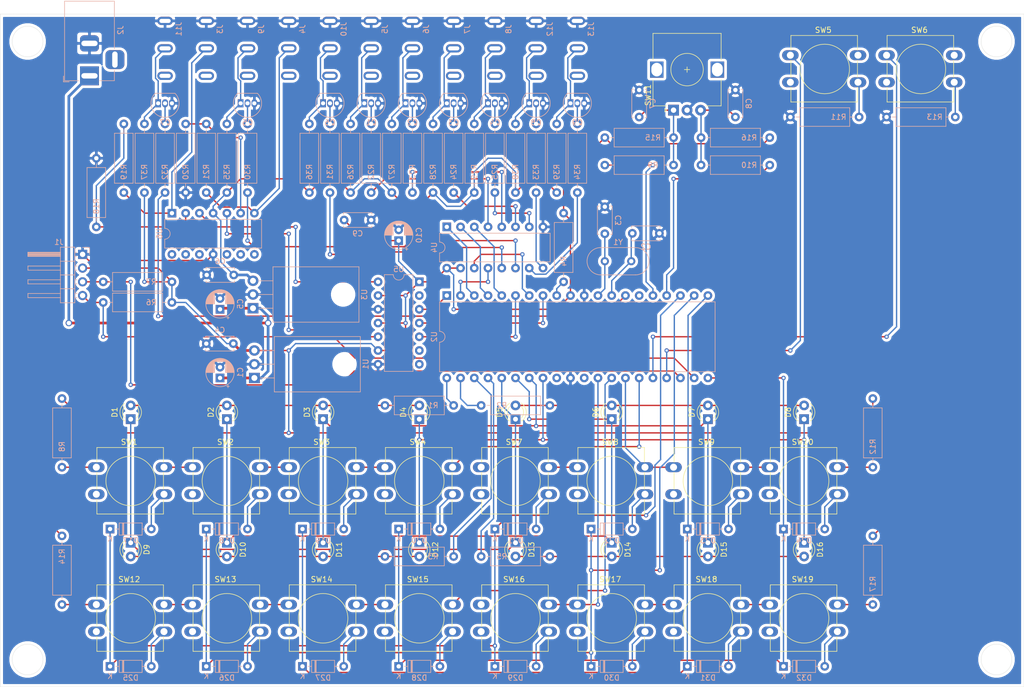
<source format=kicad_pcb>
(kicad_pcb (version 20171130) (host pcbnew "(5.1.8)-1")
  (layers (0 F.Cu signal) (31 B.Cu signal) (34 B.Paste user) (35 F.Paste user) (36 B.SilkS user) (37 F.SilkS user) (38 B.Mask user) (39 F.Mask user) (44 Edge.Cuts user))
  (net 0 "")
  (net 1 GND)
  (net 2 +24V)
  (net 3 "Net-(C2-Pad1)")
  (net 4 "Net-(C3-Pad1)")
  (net 5 +5V)
  (net 6 +12V)
  (net 7 "Net-(C7-Pad1)")
  (net 8 "Net-(C8-Pad1)")
  (net 9 LedRow1)
  (net 10 "Net-(D1-Pad2)")
  (net 11 LedRow2)
  (net 12 LedRow3)
  (net 13 LedRow4)
  (net 14 "Net-(D5-Pad2)")
  (net 15 "Net-(D10-Pad2)")
  (net 16 "Net-(D13-Pad2)")
  (net 17 BtnRow1)
  (net 18 "Net-(D17-Pad2)")
  (net 19 BtnRow2)
  (net 20 "Net-(D18-Pad2)")
  (net 21 "Net-(D19-Pad2)")
  (net 22 BtnRow3)
  (net 23 BtnRow4)
  (net 24 "Net-(D20-Pad2)")
  (net 25 "Net-(D21-Pad2)")
  (net 26 "Net-(D22-Pad2)")
  (net 27 "Net-(D23-Pad2)")
  (net 28 "Net-(D24-Pad2)")
  (net 29 "Net-(D25-Pad2)")
  (net 30 "Net-(D26-Pad2)")
  (net 31 "Net-(D27-Pad2)")
  (net 32 "Net-(D28-Pad2)")
  (net 33 "Net-(D29-Pad2)")
  (net 34 "Net-(D30-Pad2)")
  (net 35 "Net-(D31-Pad2)")
  (net 36 "Net-(D32-Pad2)")
  (net 37 "Net-(J1-Pad3)")
  (net 38 "Net-(J1-Pad4)")
  (net 39 "Net-(J3-PadT)")
  (net 40 "Net-(J4-PadT)")
  (net 41 "Net-(J5-PadT)")
  (net 42 "Net-(J6-PadT)")
  (net 43 "Net-(J7-PadT)")
  (net 44 "Net-(J8-PadT)")
  (net 45 "Net-(J9-PadT)")
  (net 46 "Net-(J10-PadT)")
  (net 47 "Net-(J11-PadT)")
  (net 48 "Net-(J12-PadT)")
  (net 49 "Net-(J13-PadT)")
  (net 50 "Net-(Q1-Pad2)")
  (net 51 "Net-(Q2-Pad2)")
  (net 52 "Net-(Q3-Pad2)")
  (net 53 "Net-(Q4-Pad2)")
  (net 54 "Net-(Q5-Pad2)")
  (net 55 "Net-(Q6-Pad2)")
  (net 56 "Net-(Q7-Pad2)")
  (net 57 "Net-(Q8-Pad2)")
  (net 58 "Net-(Q9-Pad2)")
  (net 59 LedCol1)
  (net 60 LedCol2)
  (net 61 LedCol3)
  (net 62 "Net-(R4-Pad2)")
  (net 63 LedCol4)
  (net 64 BtnCol1)
  (net 65 "Net-(R9-Pad2)")
  (net 66 "Net-(R10-Pad2)")
  (net 67 "Net-(R11-Pad2)")
  (net 68 BtnCol2)
  (net 69 "Net-(R13-Pad2)")
  (net 70 BtnCol3)
  (net 71 BtnCol4)
  (net 72 "Net-(R18-Pad1)")
  (net 73 "Net-(R20-Pad1)")
  (net 74 Drum1)
  (net 75 Drum2)
  (net 76 Drum3)
  (net 77 Drum4)
  (net 78 CH1_Gate)
  (net 79 CH2_Gate)
  (net 80 CLK)
  (net 81 Drum5)
  (net 82 Drum6)
  (net 83 "Net-(SW5-Pad1)")
  (net 84 "Net-(SW6-Pad1)")
  (net 85 SPI_SS)
  (net 86 AL_DATA)
  (net 87 AL_A0)
  (net 88 AL_A1)
  (net 89 AL_A2)
  (net 90 SPI_DATA)
  (net 91 AL_ENABLE)
  (net 92 SPI_CLK)
  (net 93 CH2_CV)
  (net 94 CH1_CV)
  (module Package_DIP:DIP-14_W7.62mm (layer B.Cu) (at 95.25 73.66 270)
    (fp_text reference U6 (at 3.81 2.33 90) (layer B.SilkS) (effects (justify mirror)))
    (fp_text value TLC274)
    (pad 14 thru_hole oval (at 7.62 0 270) (size 1.6 1.6) (drill 0.8) (layers *.Cu *.Mask))
    (pad 7 thru_hole oval (at 0 -15.24 270) (size 1.6 1.6) (drill 0.8) (layers *.Cu *.Mask) (net 40 "Net-(J4-PadT)"))
    (pad 13 thru_hole oval (at 7.62 -2.54 270) (size 1.6 1.6) (drill 0.8) (layers *.Cu *.Mask))
    (pad 6 thru_hole oval (at 0 -12.7 270) (size 1.6 1.6) (drill 0.8) (layers *.Cu *.Mask) (net 73 "Net-(R20-Pad1)"))
    (pad 12 thru_hole oval (at 7.62 -5.08 270) (size 1.6 1.6) (drill 0.8) (layers *.Cu *.Mask))
    (pad 5 thru_hole oval (at 0 -10.16 270) (size 1.6 1.6) (drill 0.8) (layers *.Cu *.Mask) (net 93 CH2_CV))
    (pad 11 thru_hole oval (at 7.62 -7.62 270) (size 1.6 1.6) (drill 0.8) (layers *.Cu *.Mask) (net 1 GND))
    (pad 4 thru_hole oval (at 0 -7.62 270) (size 1.6 1.6) (drill 0.8) (layers *.Cu *.Mask) (net 6 +12V))
    (pad 10 thru_hole oval (at 7.62 -10.16 270) (size 1.6 1.6) (drill 0.8) (layers *.Cu *.Mask))
    (pad 3 thru_hole oval (at 0 -5.08 270) (size 1.6 1.6) (drill 0.8) (layers *.Cu *.Mask) (net 94 CH1_CV))
    (pad 9 thru_hole oval (at 7.62 -12.7 270) (size 1.6 1.6) (drill 0.8) (layers *.Cu *.Mask))
    (pad 2 thru_hole oval (at 0 -2.54 270) (size 1.6 1.6) (drill 0.8) (layers *.Cu *.Mask) (net 72 "Net-(R18-Pad1)"))
    (pad 8 thru_hole oval (at 7.62 -15.24 270) (size 1.6 1.6) (drill 0.8) (layers *.Cu *.Mask))
    (pad 1 thru_hole rect (at 0 0 270) (size 1.6 1.6) (drill 0.8) (layers *.Cu *.Mask) (net 39 "Net-(J3-PadT)"))
  )
  (module Package_DIP:DIP-14_W7.62mm (layer B.Cu) (at 140.97 86.36 180)
    (fp_text reference U5 (at 3.81 2.33) (layer B.SilkS) (effects (justify mirror)))
    (fp_text value MCP4922)
    (pad 14 thru_hole oval (at 7.62 0 180) (size 1.6 1.6) (drill 0.8) (layers *.Cu *.Mask) (net 94 CH1_CV))
    (pad 7 thru_hole oval (at 0 -15.24 180) (size 1.6 1.6) (drill 0.8) (layers *.Cu *.Mask))
    (pad 13 thru_hole oval (at 7.62 -2.54 180) (size 1.6 1.6) (drill 0.8) (layers *.Cu *.Mask) (net 5 +5V))
    (pad 6 thru_hole oval (at 0 -12.7 180) (size 1.6 1.6) (drill 0.8) (layers *.Cu *.Mask))
    (pad 12 thru_hole oval (at 7.62 -5.08 180) (size 1.6 1.6) (drill 0.8) (layers *.Cu *.Mask) (net 1 GND))
    (pad 5 thru_hole oval (at 0 -10.16 180) (size 1.6 1.6) (drill 0.8) (layers *.Cu *.Mask) (net 90 SPI_DATA))
    (pad 11 thru_hole oval (at 7.62 -7.62 180) (size 1.6 1.6) (drill 0.8) (layers *.Cu *.Mask) (net 5 +5V))
    (pad 4 thru_hole oval (at 0 -7.62 180) (size 1.6 1.6) (drill 0.8) (layers *.Cu *.Mask) (net 92 SPI_CLK))
    (pad 10 thru_hole oval (at 7.62 -10.16 180) (size 1.6 1.6) (drill 0.8) (layers *.Cu *.Mask) (net 93 CH2_CV))
    (pad 3 thru_hole oval (at 0 -5.08 180) (size 1.6 1.6) (drill 0.8) (layers *.Cu *.Mask) (net 85 SPI_SS))
    (pad 9 thru_hole oval (at 7.62 -12.7 180) (size 1.6 1.6) (drill 0.8) (layers *.Cu *.Mask) (net 5 +5V))
    (pad 2 thru_hole oval (at 0 -2.54 180) (size 1.6 1.6) (drill 0.8) (layers *.Cu *.Mask))
    (pad 8 thru_hole oval (at 7.62 -15.24 180) (size 1.6 1.6) (drill 0.8) (layers *.Cu *.Mask) (net 1 GND))
    (pad 1 thru_hole rect (at 0 0 180) (size 1.6 1.6) (drill 0.8) (layers *.Cu *.Mask) (net 5 +5V))
  )
  (module Capacitor_THT:CP_Radial_D5.0mm_P2.00mm (layer B.Cu) (at 104.14 91.44 90)
    (fp_text reference C5 (at 1 3.75 90) (layer B.SilkS) (effects (justify mirror)))
    (fp_text value "0.33 uF")
    (pad 1 thru_hole rect (at 0 0 90) (size 1.6 1.6) (drill 0.8) (layers *.Cu *.Mask) (net 2 +24V))
    (pad 2 thru_hole circle (at 2 0 90) (size 1.6 1.6) (drill 0.8) (layers *.Cu *.Mask) (net 1 GND))
  )
  (module Capacitor_THT:C_Disc_D5.0mm_W2.5mm_P5.00mm (layer B.Cu) (at 106.68 85.09 180)
    (fp_text reference C6 (at 2.5 2.5) (layer B.SilkS) (effects (justify mirror)))
    (fp_text value "0.1 uF")
    (pad 1 thru_hole circle (at 0 0 180) (size 1.6 1.6) (drill 0.8) (layers *.Cu *.Mask) (net 6 +12V))
    (pad 2 thru_hole circle (at 5 0 180) (size 1.6 1.6) (drill 0.8) (layers *.Cu *.Mask) (net 1 GND))
  )
  (module Package_TO_SOT_THT:TO-220-3_Horizontal_TabDown (layer B.Cu) (at 110.235001 91.244999 90)
    (fp_text reference U3 (at 2.54 20.58 90) (layer B.SilkS) (effects (justify mirror)))
    (fp_text value L7812)
    (pad "" np_thru_hole oval (at 2.54 16.66 90) (size 3.5 3.5) (drill 3.5) (layers *.Cu *.Mask))
    (pad 1 thru_hole rect (at 0 0 90) (size 1.905 2) (drill 1.1) (layers *.Cu *.Mask) (net 2 +24V))
    (pad 2 thru_hole oval (at 2.54 0 90) (size 1.905 2) (drill 1.1) (layers *.Cu *.Mask) (net 1 GND))
    (pad 3 thru_hole oval (at 5.08 0 90) (size 1.905 2) (drill 1.1) (layers *.Cu *.Mask) (net 6 +12V))
  )
  (module Resistor_THT:R_Axial_DIN0309_L9.0mm_D3.2mm_P12.70mm_Horizontal (layer B.Cu) (at 128.27 69.85 90)
    (fp_text reference R26 (at 3.81 0 90) (layer B.SilkS) (effects (justify mirror)))
    (fp_text value "470 ohm")
    (pad 2 thru_hole oval (at 12.7 0 90) (size 1.6 1.6) (drill 0.8) (layers *.Cu *.Mask) (net 41 "Net-(J5-PadT)"))
    (pad 1 thru_hole circle (at 0 0 90) (size 1.6 1.6) (drill 0.8) (layers *.Cu *.Mask) (net 6 +12V))
  )
  (module Capacitor_THT:CP_Radial_D5.0mm_P2.00mm (layer B.Cu) (at 104.14 104.14 90)
    (fp_text reference C1 (at 1 3.75 90) (layer B.SilkS) (effects (justify mirror)))
    (fp_text value 0.33uF)
    (pad 2 thru_hole circle (at 2 0 90) (size 1.6 1.6) (drill 0.8) (layers *.Cu *.Mask) (net 1 GND))
    (pad 1 thru_hole rect (at 0 0 90) (size 1.6 1.6) (drill 0.8) (layers *.Cu *.Mask) (net 2 +24V))
  )
  (module Capacitor_THT:C_Disc_D5.0mm_W2.5mm_P5.00mm (layer B.Cu) (at 180.34 77.39)
    (fp_text reference C2 (at 2.5 2.5) (layer B.SilkS) (effects (justify mirror)))
    (fp_text value "22 pF")
    (pad 2 thru_hole circle (at 5 0) (size 1.6 1.6) (drill 0.8) (layers *.Cu *.Mask) (net 1 GND))
    (pad 1 thru_hole circle (at 0 0) (size 1.6 1.6) (drill 0.8) (layers *.Cu *.Mask) (net 3 "Net-(C2-Pad1)"))
  )
  (module Capacitor_THT:C_Disc_D5.0mm_W2.5mm_P5.00mm (layer B.Cu) (at 175.26 77.47 90)
    (fp_text reference C3 (at 2.5 2.5 90) (layer B.SilkS) (effects (justify mirror)))
    (fp_text value "22 pF")
    (pad 1 thru_hole circle (at 0 0 90) (size 1.6 1.6) (drill 0.8) (layers *.Cu *.Mask) (net 4 "Net-(C3-Pad1)"))
    (pad 2 thru_hole circle (at 5 0 90) (size 1.6 1.6) (drill 0.8) (layers *.Cu *.Mask) (net 1 GND))
  )
  (module Capacitor_THT:C_Disc_D5.0mm_W2.5mm_P5.00mm (layer B.Cu) (at 106.6 97.79 180)
    (fp_text reference C4 (at 2.5 2.5) (layer B.SilkS) (effects (justify mirror)))
    (fp_text value 0.1uF)
    (pad 2 thru_hole circle (at 5 0 180) (size 1.6 1.6) (drill 0.8) (layers *.Cu *.Mask) (net 1 GND))
    (pad 1 thru_hole circle (at 0 0 180) (size 1.6 1.6) (drill 0.8) (layers *.Cu *.Mask) (net 5 +5V))
  )
  (module Capacitor_THT:C_Disc_D5.0mm_W2.5mm_P5.00mm (layer B.Cu) (at 181.61 55.88 90)
    (fp_text reference C7 (at 2.5 2.5 90) (layer B.SilkS) (effects (justify mirror)))
    (fp_text value "0.01 uF")
    (pad 1 thru_hole circle (at 0 0 90) (size 1.6 1.6) (drill 0.8) (layers *.Cu *.Mask) (net 7 "Net-(C7-Pad1)"))
    (pad 2 thru_hole circle (at 5 0 90) (size 1.6 1.6) (drill 0.8) (layers *.Cu *.Mask) (net 1 GND))
  )
  (module Capacitor_THT:C_Disc_D5.0mm_W2.5mm_P5.00mm (layer B.Cu) (at 199.39 55.88 90)
    (fp_text reference C8 (at 2.5 2.5 90) (layer B.SilkS) (effects (justify mirror)))
    (fp_text value "0.01 uF")
    (pad 2 thru_hole circle (at 5 0 90) (size 1.6 1.6) (drill 0.8) (layers *.Cu *.Mask) (net 1 GND))
    (pad 1 thru_hole circle (at 0 0 90) (size 1.6 1.6) (drill 0.8) (layers *.Cu *.Mask) (net 8 "Net-(C8-Pad1)"))
  )
  (module Capacitor_THT:C_Disc_D5.0mm_W2.5mm_P5.00mm (layer B.Cu) (at 127.08 74.93)
    (fp_text reference C9 (at 2.5 2.5) (layer B.SilkS) (effects (justify mirror)))
    (fp_text value "0.1 uF")
    (pad 1 thru_hole circle (at 0 0) (size 1.6 1.6) (drill 0.8) (layers *.Cu *.Mask) (net 5 +5V))
    (pad 2 thru_hole circle (at 5 0) (size 1.6 1.6) (drill 0.8) (layers *.Cu *.Mask) (net 1 GND))
  )
  (module Capacitor_THT:CP_Radial_D5.0mm_P2.00mm (layer B.Cu) (at 137.16 78.74 90)
    (fp_text reference C10 (at 1 3.75 90) (layer B.SilkS) (effects (justify mirror)))
    (fp_text value "10 uF")
    (pad 1 thru_hole rect (at 0 0 90) (size 1.6 1.6) (drill 0.8) (layers *.Cu *.Mask) (net 5 +5V))
    (pad 2 thru_hole circle (at 2 0 90) (size 1.6 1.6) (drill 0.8) (layers *.Cu *.Mask) (net 1 GND))
  )
  (module LED_THT:LED_D3.0mm (layer F.Cu) (at 87.63 111.76 90)
    (fp_text reference D1 (at 1.27 -2.96 90) (layer F.SilkS))
    (fp_text value LED)
    (pad 1 thru_hole rect (at 0 0 90) (size 1.8 1.8) (drill 0.9) (layers *.Cu *.Mask) (net 9 LedRow1))
    (pad 2 thru_hole circle (at 2.54 0 90) (size 1.8 1.8) (drill 0.9) (layers *.Cu *.Mask) (net 10 "Net-(D1-Pad2)"))
  )
  (module LED_THT:LED_D3.0mm (layer F.Cu) (at 105.41 111.76 90)
    (fp_text reference D2 (at 1.27 -2.96 90) (layer F.SilkS))
    (fp_text value LED)
    (pad 1 thru_hole rect (at 0 0 90) (size 1.8 1.8) (drill 0.9) (layers *.Cu *.Mask) (net 11 LedRow2))
    (pad 2 thru_hole circle (at 2.54 0 90) (size 1.8 1.8) (drill 0.9) (layers *.Cu *.Mask) (net 10 "Net-(D1-Pad2)"))
  )
  (module LED_THT:LED_D3.0mm (layer F.Cu) (at 123.19 111.76 90)
    (fp_text reference D3 (at 1.27 -2.96 90) (layer F.SilkS))
    (fp_text value LED)
    (pad 2 thru_hole circle (at 2.54 0 90) (size 1.8 1.8) (drill 0.9) (layers *.Cu *.Mask) (net 10 "Net-(D1-Pad2)"))
    (pad 1 thru_hole rect (at 0 0 90) (size 1.8 1.8) (drill 0.9) (layers *.Cu *.Mask) (net 12 LedRow3))
  )
  (module LED_THT:LED_D3.0mm (layer F.Cu) (at 140.97 111.76 90)
    (fp_text reference D4 (at 1.27 -2.96 90) (layer F.SilkS))
    (fp_text value LED)
    (pad 1 thru_hole rect (at 0 0 90) (size 1.8 1.8) (drill 0.9) (layers *.Cu *.Mask) (net 13 LedRow4))
    (pad 2 thru_hole circle (at 2.54 0 90) (size 1.8 1.8) (drill 0.9) (layers *.Cu *.Mask) (net 10 "Net-(D1-Pad2)"))
  )
  (module LED_THT:LED_D3.0mm (layer F.Cu) (at 158.75 111.76 90)
    (fp_text reference D5 (at 1.27 -2.96 90) (layer F.SilkS))
    (fp_text value LED)
    (pad 2 thru_hole circle (at 2.54 0 90) (size 1.8 1.8) (drill 0.9) (layers *.Cu *.Mask) (net 14 "Net-(D5-Pad2)"))
    (pad 1 thru_hole rect (at 0 0 90) (size 1.8 1.8) (drill 0.9) (layers *.Cu *.Mask) (net 9 LedRow1))
  )
  (module LED_THT:LED_D3.0mm (layer F.Cu) (at 176.53 111.76 90)
    (fp_text reference D6 (at 1.27 -2.96 90) (layer F.SilkS))
    (fp_text value LED)
    (pad 2 thru_hole circle (at 2.54 0 90) (size 1.8 1.8) (drill 0.9) (layers *.Cu *.Mask) (net 14 "Net-(D5-Pad2)"))
    (pad 1 thru_hole rect (at 0 0 90) (size 1.8 1.8) (drill 0.9) (layers *.Cu *.Mask) (net 11 LedRow2))
  )
  (module LED_THT:LED_D3.0mm (layer F.Cu) (at 194.31 111.76 90)
    (fp_text reference D7 (at 1.27 -2.96 90) (layer F.SilkS))
    (fp_text value LED)
    (pad 1 thru_hole rect (at 0 0 90) (size 1.8 1.8) (drill 0.9) (layers *.Cu *.Mask) (net 12 LedRow3))
    (pad 2 thru_hole circle (at 2.54 0 90) (size 1.8 1.8) (drill 0.9) (layers *.Cu *.Mask) (net 14 "Net-(D5-Pad2)"))
  )
  (module LED_THT:LED_D3.0mm (layer F.Cu) (at 212.09 111.76 90)
    (fp_text reference D8 (at 1.27 -2.96 90) (layer F.SilkS))
    (fp_text value LED)
    (pad 2 thru_hole circle (at 2.54 0 90) (size 1.8 1.8) (drill 0.9) (layers *.Cu *.Mask) (net 14 "Net-(D5-Pad2)"))
    (pad 1 thru_hole rect (at 0 0 90) (size 1.8 1.8) (drill 0.9) (layers *.Cu *.Mask) (net 13 LedRow4))
  )
  (module LED_THT:LED_D3.0mm (layer F.Cu) (at 87.63 134.62 270)
    (fp_text reference D9 (at 1.27 -2.96 90) (layer F.SilkS))
    (fp_text value LED)
    (pad 1 thru_hole rect (at 0 0 270) (size 1.8 1.8) (drill 0.9) (layers *.Cu *.Mask) (net 9 LedRow1))
    (pad 2 thru_hole circle (at 2.54 0 270) (size 1.8 1.8) (drill 0.9) (layers *.Cu *.Mask) (net 15 "Net-(D10-Pad2)"))
  )
  (module LED_THT:LED_D3.0mm (layer F.Cu) (at 105.41 134.62 270)
    (fp_text reference D10 (at 1.27 -2.96 90) (layer F.SilkS))
    (fp_text value LED)
    (pad 1 thru_hole rect (at 0 0 270) (size 1.8 1.8) (drill 0.9) (layers *.Cu *.Mask) (net 11 LedRow2))
    (pad 2 thru_hole circle (at 2.54 0 270) (size 1.8 1.8) (drill 0.9) (layers *.Cu *.Mask) (net 15 "Net-(D10-Pad2)"))
  )
  (module LED_THT:LED_D3.0mm (layer F.Cu) (at 123.19 134.62 270)
    (fp_text reference D11 (at 1.27 -2.96 90) (layer F.SilkS))
    (fp_text value LED)
    (pad 1 thru_hole rect (at 0 0 270) (size 1.8 1.8) (drill 0.9) (layers *.Cu *.Mask) (net 12 LedRow3))
    (pad 2 thru_hole circle (at 2.54 0 270) (size 1.8 1.8) (drill 0.9) (layers *.Cu *.Mask) (net 15 "Net-(D10-Pad2)"))
  )
  (module LED_THT:LED_D3.0mm (layer F.Cu) (at 140.97 134.62 270)
    (fp_text reference D12 (at 1.27 -2.96 90) (layer F.SilkS))
    (fp_text value LED)
    (pad 1 thru_hole rect (at 0 0 270) (size 1.8 1.8) (drill 0.9) (layers *.Cu *.Mask) (net 13 LedRow4))
    (pad 2 thru_hole circle (at 2.54 0 270) (size 1.8 1.8) (drill 0.9) (layers *.Cu *.Mask) (net 15 "Net-(D10-Pad2)"))
  )
  (module LED_THT:LED_D3.0mm (layer F.Cu) (at 158.75 134.62 270)
    (fp_text reference D13 (at 1.27 -2.96 90) (layer F.SilkS))
    (fp_text value LED)
    (pad 2 thru_hole circle (at 2.54 0 270) (size 1.8 1.8) (drill 0.9) (layers *.Cu *.Mask) (net 16 "Net-(D13-Pad2)"))
    (pad 1 thru_hole rect (at 0 0 270) (size 1.8 1.8) (drill 0.9) (layers *.Cu *.Mask) (net 9 LedRow1))
  )
  (module LED_THT:LED_D3.0mm (layer F.Cu) (at 176.53 134.62 270)
    (fp_text reference D14 (at 1.27 -2.96 90) (layer F.SilkS))
    (fp_text value LED)
    (pad 2 thru_hole circle (at 2.54 0 270) (size 1.8 1.8) (drill 0.9) (layers *.Cu *.Mask) (net 16 "Net-(D13-Pad2)"))
    (pad 1 thru_hole rect (at 0 0 270) (size 1.8 1.8) (drill 0.9) (layers *.Cu *.Mask) (net 11 LedRow2))
  )
  (module LED_THT:LED_D3.0mm (layer F.Cu) (at 194.31 134.62 270)
    (fp_text reference D15 (at 1.27 -2.96 90) (layer F.SilkS))
    (fp_text value LED)
    (pad 2 thru_hole circle (at 2.54 0 270) (size 1.8 1.8) (drill 0.9) (layers *.Cu *.Mask) (net 16 "Net-(D13-Pad2)"))
    (pad 1 thru_hole rect (at 0 0 270) (size 1.8 1.8) (drill 0.9) (layers *.Cu *.Mask) (net 12 LedRow3))
  )
  (module LED_THT:LED_D3.0mm (layer F.Cu) (at 212.09 134.62 270)
    (fp_text reference D16 (at 1.27 -2.96 90) (layer F.SilkS))
    (fp_text value LED)
    (pad 2 thru_hole circle (at 2.54 0 270) (size 1.8 1.8) (drill 0.9) (layers *.Cu *.Mask) (net 16 "Net-(D13-Pad2)"))
    (pad 1 thru_hole rect (at 0 0 270) (size 1.8 1.8) (drill 0.9) (layers *.Cu *.Mask) (net 13 LedRow4))
  )
  (module Diode_THT:D_DO-35_SOD27_P7.62mm_Horizontal (layer B.Cu) (at 83.82 132.08)
    (fp_text reference D17 (at 3.81 2.12) (layer B.SilkS) (effects (justify mirror)))
    (fp_text value 1N4148)
    (fp_text user K (at 0 1.8) (layer B.SilkS) (effects (justify mirror)))
    (pad 1 thru_hole rect (at 0 0) (size 1.6 1.6) (drill 0.8) (layers *.Cu *.Mask) (net 17 BtnRow1))
    (pad 2 thru_hole oval (at 7.62 0) (size 1.6 1.6) (drill 0.8) (layers *.Cu *.Mask) (net 18 "Net-(D17-Pad2)"))
  )
  (module Diode_THT:D_DO-35_SOD27_P7.62mm_Horizontal (layer B.Cu) (at 101.6 132.08)
    (fp_text reference D18 (at 3.81 2.12) (layer B.SilkS) (effects (justify mirror)))
    (fp_text value 1N4148)
    (fp_text user K (at 0 1.8) (layer B.SilkS) (effects (justify mirror)))
    (pad 1 thru_hole rect (at 0 0) (size 1.6 1.6) (drill 0.8) (layers *.Cu *.Mask) (net 19 BtnRow2))
    (pad 2 thru_hole oval (at 7.62 0) (size 1.6 1.6) (drill 0.8) (layers *.Cu *.Mask) (net 20 "Net-(D18-Pad2)"))
  )
  (module Diode_THT:D_DO-35_SOD27_P7.62mm_Horizontal (layer B.Cu) (at 119.38 132.08)
    (fp_text reference D19 (at 3.81 2.12) (layer B.SilkS) (effects (justify mirror)))
    (fp_text value 1N4148)
    (fp_text user K (at 0 1.8) (layer B.SilkS) (effects (justify mirror)))
    (pad 2 thru_hole oval (at 7.62 0) (size 1.6 1.6) (drill 0.8) (layers *.Cu *.Mask) (net 21 "Net-(D19-Pad2)"))
    (pad 1 thru_hole rect (at 0 0) (size 1.6 1.6) (drill 0.8) (layers *.Cu *.Mask) (net 22 BtnRow3))
  )
  (module Diode_THT:D_DO-35_SOD27_P7.62mm_Horizontal (layer B.Cu) (at 137.16 132.08)
    (fp_text reference D20 (at 3.81 2.12) (layer B.SilkS) (effects (justify mirror)))
    (fp_text value 1N4148)
    (fp_text user K (at 0 1.8) (layer B.SilkS) (effects (justify mirror)))
    (pad 1 thru_hole rect (at 0 0) (size 1.6 1.6) (drill 0.8) (layers *.Cu *.Mask) (net 23 BtnRow4))
    (pad 2 thru_hole oval (at 7.62 0) (size 1.6 1.6) (drill 0.8) (layers *.Cu *.Mask) (net 24 "Net-(D20-Pad2)"))
  )
  (module Diode_THT:D_DO-35_SOD27_P7.62mm_Horizontal (layer B.Cu) (at 154.94 132.08)
    (fp_text reference D21 (at 3.81 2.12) (layer B.SilkS) (effects (justify mirror)))
    (fp_text value 1N4148)
    (fp_text user K (at 0 1.8) (layer B.SilkS) (effects (justify mirror)))
    (pad 2 thru_hole oval (at 7.62 0) (size 1.6 1.6) (drill 0.8) (layers *.Cu *.Mask) (net 25 "Net-(D21-Pad2)"))
    (pad 1 thru_hole rect (at 0 0) (size 1.6 1.6) (drill 0.8) (layers *.Cu *.Mask) (net 17 BtnRow1))
  )
  (module Diode_THT:D_DO-35_SOD27_P7.62mm_Horizontal (layer B.Cu) (at 172.72 132.08)
    (fp_text reference D22 (at 3.81 2.12) (layer B.SilkS) (effects (justify mirror)))
    (fp_text value 1N4148)
    (fp_text user K (at 0 1.8) (layer B.SilkS) (effects (justify mirror)))
    (pad 2 thru_hole oval (at 7.62 0) (size 1.6 1.6) (drill 0.8) (layers *.Cu *.Mask) (net 26 "Net-(D22-Pad2)"))
    (pad 1 thru_hole rect (at 0 0) (size 1.6 1.6) (drill 0.8) (layers *.Cu *.Mask) (net 19 BtnRow2))
  )
  (module Diode_THT:D_DO-35_SOD27_P7.62mm_Horizontal (layer B.Cu) (at 190.5 132.08)
    (fp_text reference D23 (at 3.81 2.12) (layer B.SilkS) (effects (justify mirror)))
    (fp_text value 1N4148)
    (fp_text user K (at 0 1.8) (layer B.SilkS) (effects (justify mirror)))
    (pad 2 thru_hole oval (at 7.62 0) (size 1.6 1.6) (drill 0.8) (layers *.Cu *.Mask) (net 27 "Net-(D23-Pad2)"))
    (pad 1 thru_hole rect (at 0 0) (size 1.6 1.6) (drill 0.8) (layers *.Cu *.Mask) (net 22 BtnRow3))
  )
  (module Diode_THT:D_DO-35_SOD27_P7.62mm_Horizontal (layer B.Cu) (at 208.28 132.08)
    (fp_text reference D24 (at 3.81 2.12) (layer B.SilkS) (effects (justify mirror)))
    (fp_text value 1N4148)
    (fp_text user K (at 0 1.8) (layer B.SilkS) (effects (justify mirror)))
    (pad 2 thru_hole oval (at 7.62 0) (size 1.6 1.6) (drill 0.8) (layers *.Cu *.Mask) (net 28 "Net-(D24-Pad2)"))
    (pad 1 thru_hole rect (at 0 0) (size 1.6 1.6) (drill 0.8) (layers *.Cu *.Mask) (net 23 BtnRow4))
  )
  (module Diode_THT:D_DO-35_SOD27_P7.62mm_Horizontal (layer B.Cu) (at 83.82 157.48)
    (fp_text reference D25 (at 3.81 2.12) (layer B.SilkS) (effects (justify mirror)))
    (fp_text value 1N4148)
    (fp_text user K (at 0 1.8) (layer B.SilkS) (effects (justify mirror)))
    (pad 2 thru_hole oval (at 7.62 0) (size 1.6 1.6) (drill 0.8) (layers *.Cu *.Mask) (net 29 "Net-(D25-Pad2)"))
    (pad 1 thru_hole rect (at 0 0) (size 1.6 1.6) (drill 0.8) (layers *.Cu *.Mask) (net 17 BtnRow1))
  )
  (module Diode_THT:D_DO-35_SOD27_P7.62mm_Horizontal (layer B.Cu) (at 101.6 157.48)
    (fp_text reference D26 (at 3.81 2.12) (layer B.SilkS) (effects (justify mirror)))
    (fp_text value 1N4148)
    (fp_text user K (at 0 1.8) (layer B.SilkS) (effects (justify mirror)))
    (pad 1 thru_hole rect (at 0 0) (size 1.6 1.6) (drill 0.8) (layers *.Cu *.Mask) (net 19 BtnRow2))
    (pad 2 thru_hole oval (at 7.62 0) (size 1.6 1.6) (drill 0.8) (layers *.Cu *.Mask) (net 30 "Net-(D26-Pad2)"))
  )
  (module Diode_THT:D_DO-35_SOD27_P7.62mm_Horizontal (layer B.Cu) (at 119.38 157.48)
    (fp_text reference D27 (at 3.81 2.12) (layer B.SilkS) (effects (justify mirror)))
    (fp_text value 1N4148)
    (fp_text user K (at 0 1.8) (layer B.SilkS) (effects (justify mirror)))
    (pad 1 thru_hole rect (at 0 0) (size 1.6 1.6) (drill 0.8) (layers *.Cu *.Mask) (net 22 BtnRow3))
    (pad 2 thru_hole oval (at 7.62 0) (size 1.6 1.6) (drill 0.8) (layers *.Cu *.Mask) (net 31 "Net-(D27-Pad2)"))
  )
  (module Diode_THT:D_DO-35_SOD27_P7.62mm_Horizontal (layer B.Cu) (at 137.16 157.48)
    (fp_text reference D28 (at 3.81 2.12) (layer B.SilkS) (effects (justify mirror)))
    (fp_text value 1N4148)
    (fp_text user K (at 0 1.8) (layer B.SilkS) (effects (justify mirror)))
    (pad 2 thru_hole oval (at 7.62 0) (size 1.6 1.6) (drill 0.8) (layers *.Cu *.Mask) (net 32 "Net-(D28-Pad2)"))
    (pad 1 thru_hole rect (at 0 0) (size 1.6 1.6) (drill 0.8) (layers *.Cu *.Mask) (net 23 BtnRow4))
  )
  (module Diode_THT:D_DO-35_SOD27_P7.62mm_Horizontal (layer B.Cu) (at 154.94 157.48)
    (fp_text reference D29 (at 3.81 2.12) (layer B.SilkS) (effects (justify mirror)))
    (fp_text value 1N4148)
    (fp_text user K (at 0 1.8) (layer B.SilkS) (effects (justify mirror)))
    (pad 1 thru_hole rect (at 0 0) (size 1.6 1.6) (drill 0.8) (layers *.Cu *.Mask) (net 17 BtnRow1))
    (pad 2 thru_hole oval (at 7.62 0) (size 1.6 1.6) (drill 0.8) (layers *.Cu *.Mask) (net 33 "Net-(D29-Pad2)"))
  )
  (module Diode_THT:D_DO-35_SOD27_P7.62mm_Horizontal (layer B.Cu) (at 172.72 157.48)
    (fp_text reference D30 (at 3.81 2.12) (layer B.SilkS) (effects (justify mirror)))
    (fp_text value 1N4148)
    (fp_text user K (at 0 1.8) (layer B.SilkS) (effects (justify mirror)))
    (pad 2 thru_hole oval (at 7.62 0) (size 1.6 1.6) (drill 0.8) (layers *.Cu *.Mask) (net 34 "Net-(D30-Pad2)"))
    (pad 1 thru_hole rect (at 0 0) (size 1.6 1.6) (drill 0.8) (layers *.Cu *.Mask) (net 19 BtnRow2))
  )
  (module Diode_THT:D_DO-35_SOD27_P7.62mm_Horizontal (layer B.Cu) (at 190.5 157.48)
    (fp_text reference D31 (at 3.81 2.12) (layer B.SilkS) (effects (justify mirror)))
    (fp_text value 1N4148)
    (fp_text user K (at 0 1.8) (layer B.SilkS) (effects (justify mirror)))
    (pad 1 thru_hole rect (at 0 0) (size 1.6 1.6) (drill 0.8) (layers *.Cu *.Mask) (net 22 BtnRow3))
    (pad 2 thru_hole oval (at 7.62 0) (size 1.6 1.6) (drill 0.8) (layers *.Cu *.Mask) (net 35 "Net-(D31-Pad2)"))
  )
  (module Diode_THT:D_DO-35_SOD27_P7.62mm_Horizontal (layer B.Cu) (at 208.28 157.48)
    (fp_text reference D32 (at 3.81 2.12) (layer B.SilkS) (effects (justify mirror)))
    (fp_text value 1N4148)
    (fp_text user K (at 0 1.8) (layer B.SilkS) (effects (justify mirror)))
    (pad 1 thru_hole rect (at 0 0) (size 1.6 1.6) (drill 0.8) (layers *.Cu *.Mask) (net 23 BtnRow4))
    (pad 2 thru_hole oval (at 7.62 0) (size 1.6 1.6) (drill 0.8) (layers *.Cu *.Mask) (net 36 "Net-(D32-Pad2)"))
  )
  (module Connector_PinHeader_2.54mm:PinHeader_1x04_P2.54mm_Horizontal (layer B.Cu) (at 78.74 81.28 180)
    (fp_text reference J1 (at 4.385 2.27) (layer B.SilkS) (effects (justify mirror)))
    (fp_text value Conn_01x04_Male)
    (pad 1 thru_hole rect (at 0 0 180) (size 1.7 1.7) (drill 1) (layers *.Cu *.Mask) (net 1 GND))
    (pad 2 thru_hole oval (at 0 -2.54 180) (size 1.7 1.7) (drill 1) (layers *.Cu *.Mask) (net 5 +5V))
    (pad 3 thru_hole oval (at 0 -5.08 180) (size 1.7 1.7) (drill 1) (layers *.Cu *.Mask) (net 37 "Net-(J1-Pad3)"))
    (pad 4 thru_hole oval (at 0 -7.62 180) (size 1.7 1.7) (drill 1) (layers *.Cu *.Mask) (net 38 "Net-(J1-Pad4)"))
  )
  (module Connector_BarrelJack:BarrelJack_Horizontal (layer B.Cu) (at 80.01 48.26 270)
    (fp_text reference J2 (at -8.45 -5.75 90) (layer B.SilkS) (effects (justify mirror)))
    (fp_text value Barrel_Jack_Switch)
    (pad 1 thru_hole rect (at 0 0 270) (size 3.5 3.5) (drill oval 1 3) (layers *.Cu *.Mask) (net 2 +24V))
    (pad 2 thru_hole roundrect (at -6 0 270) (size 3 3.5) (drill oval 1 3) (layers *.Cu *.Mask) (net 1 GND))
    (pad 3 thru_hole roundrect (at -3 -4.7 270) (size 3.5 3.5) (drill oval 3 1) (layers *.Cu *.Mask))
  )
  (module 3.5mmJack:3.55mmJack (layer B.Cu) (at 101.6 43.18 270)
    (fp_text reference J3 (at -3.556 -2.54 270) (layer B.SilkS) (effects (justify mirror)))
    (fp_text value AudioJack3)
    (pad R thru_hole oval (at 5.08 0 270) (size 1.524 2.862) (drill oval 0.762 2.1) (layers *.Cu *.Mask))
    (pad T thru_hole oval (at 0 0 270) (size 1.524 2.862) (drill oval 0.762 2.1) (layers *.Cu *.Mask) (net 39 "Net-(J3-PadT)"))
    (pad S thru_hole oval (at -5.08 0 270) (size 1.524 2.862) (drill oval 0.762 2.1) (layers *.Cu *.Mask) (net 1 GND))
  )
  (module 3.5mmJack:3.55mmJack (layer B.Cu) (at 116.84 43.18 270)
    (fp_text reference J4 (at -3.556 -2.54 90) (layer B.SilkS) (effects (justify mirror)))
    (fp_text value AudioJack3)
    (pad R thru_hole oval (at 5.08 0 270) (size 1.524 2.862) (drill oval 0.762 2.1) (layers *.Cu *.Mask))
    (pad T thru_hole oval (at 0 0 270) (size 1.524 2.862) (drill oval 0.762 2.1) (layers *.Cu *.Mask) (net 40 "Net-(J4-PadT)"))
    (pad S thru_hole oval (at -5.08 0 270) (size 1.524 2.862) (drill oval 0.762 2.1) (layers *.Cu *.Mask) (net 1 GND))
  )
  (module 3.5mmJack:3.55mmJack (layer B.Cu) (at 132.08 43.18 270)
    (fp_text reference J5 (at -3.556 -2.54 90) (layer B.SilkS) (effects (justify mirror)))
    (fp_text value AudioJack3)
    (pad S thru_hole oval (at -5.08 0 270) (size 1.524 2.862) (drill oval 0.762 2.1) (layers *.Cu *.Mask) (net 1 GND))
    (pad T thru_hole oval (at 0 0 270) (size 1.524 2.862) (drill oval 0.762 2.1) (layers *.Cu *.Mask) (net 41 "Net-(J5-PadT)"))
    (pad R thru_hole oval (at 5.08 0 270) (size 1.524 2.862) (drill oval 0.762 2.1) (layers *.Cu *.Mask))
  )
  (module 3.5mmJack:3.55mmJack (layer B.Cu) (at 139.7 43.18 270)
    (fp_text reference J6 (at -3.556 -2.54 90) (layer B.SilkS) (effects (justify mirror)))
    (fp_text value AudioJack3)
    (pad S thru_hole oval (at -5.08 0 270) (size 1.524 2.862) (drill oval 0.762 2.1) (layers *.Cu *.Mask) (net 1 GND))
    (pad T thru_hole oval (at 0 0 270) (size 1.524 2.862) (drill oval 0.762 2.1) (layers *.Cu *.Mask) (net 42 "Net-(J6-PadT)"))
    (pad R thru_hole oval (at 5.08 0 270) (size 1.524 2.862) (drill oval 0.762 2.1) (layers *.Cu *.Mask))
  )
  (module 3.5mmJack:3.55mmJack (layer B.Cu) (at 147.32 43.18 270)
    (fp_text reference J7 (at -3.556 -2.54 90) (layer B.SilkS) (effects (justify mirror)))
    (fp_text value AudioJack3)
    (pad R thru_hole oval (at 5.08 0 270) (size 1.524 2.862) (drill oval 0.762 2.1) (layers *.Cu *.Mask))
    (pad T thru_hole oval (at 0 0 270) (size 1.524 2.862) (drill oval 0.762 2.1) (layers *.Cu *.Mask) (net 43 "Net-(J7-PadT)"))
    (pad S thru_hole oval (at -5.08 0 270) (size 1.524 2.862) (drill oval 0.762 2.1) (layers *.Cu *.Mask) (net 1 GND))
  )
  (module 3.5mmJack:3.55mmJack (layer B.Cu) (at 154.94 43.18 270)
    (fp_text reference J8 (at -3.556 -2.54 90) (layer B.SilkS) (effects (justify mirror)))
    (fp_text value AudioJack3)
    (pad R thru_hole oval (at 5.08 0 270) (size 1.524 2.862) (drill oval 0.762 2.1) (layers *.Cu *.Mask))
    (pad T thru_hole oval (at 0 0 270) (size 1.524 2.862) (drill oval 0.762 2.1) (layers *.Cu *.Mask) (net 44 "Net-(J8-PadT)"))
    (pad S thru_hole oval (at -5.08 0 270) (size 1.524 2.862) (drill oval 0.762 2.1) (layers *.Cu *.Mask) (net 1 GND))
  )
  (module 3.5mmJack:3.55mmJack (layer B.Cu) (at 109.22 43.18 270)
    (fp_text reference J9 (at -3.556 -2.54 90) (layer B.SilkS) (effects (justify mirror)))
    (fp_text value AudioJack3)
    (pad S thru_hole oval (at -5.08 0 270) (size 1.524 2.862) (drill oval 0.762 2.1) (layers *.Cu *.Mask) (net 1 GND))
    (pad T thru_hole oval (at 0 0 270) (size 1.524 2.862) (drill oval 0.762 2.1) (layers *.Cu *.Mask) (net 45 "Net-(J9-PadT)"))
    (pad R thru_hole oval (at 5.08 0 270) (size 1.524 2.862) (drill oval 0.762 2.1) (layers *.Cu *.Mask))
  )
  (module 3.5mmJack:3.55mmJack (layer B.Cu) (at 124.46 43.18 270)
    (fp_text reference J10 (at -3.556 -2.54 90) (layer B.SilkS) (effects (justify mirror)))
    (fp_text value AudioJack3)
    (pad S thru_hole oval (at -5.08 0 270) (size 1.524 2.862) (drill oval 0.762 2.1) (layers *.Cu *.Mask) (net 1 GND))
    (pad T thru_hole oval (at 0 0 270) (size 1.524 2.862) (drill oval 0.762 2.1) (layers *.Cu *.Mask) (net 46 "Net-(J10-PadT)"))
    (pad R thru_hole oval (at 5.08 0 270) (size 1.524 2.862) (drill oval 0.762 2.1) (layers *.Cu *.Mask))
  )
  (module 3.5mmJack:3.55mmJack (layer B.Cu) (at 93.98 43.18 270)
    (fp_text reference J11 (at -3.556 -2.54 90) (layer B.SilkS) (effects (justify mirror)))
    (fp_text value AudioJack3)
    (pad S thru_hole oval (at -5.08 0 270) (size 1.524 2.862) (drill oval 0.762 2.1) (layers *.Cu *.Mask) (net 1 GND))
    (pad T thru_hole oval (at 0 0 270) (size 1.524 2.862) (drill oval 0.762 2.1) (layers *.Cu *.Mask) (net 47 "Net-(J11-PadT)"))
    (pad R thru_hole oval (at 5.08 0 270) (size 1.524 2.862) (drill oval 0.762 2.1) (layers *.Cu *.Mask))
  )
  (module 3.5mmJack:3.55mmJack (layer B.Cu) (at 162.56 43.18 270)
    (fp_text reference J12 (at -3.556 -2.54 90) (layer B.SilkS) (effects (justify mirror)))
    (fp_text value AudioJack3)
    (pad R thru_hole oval (at 5.08 0 270) (size 1.524 2.862) (drill oval 0.762 2.1) (layers *.Cu *.Mask))
    (pad T thru_hole oval (at 0 0 270) (size 1.524 2.862) (drill oval 0.762 2.1) (layers *.Cu *.Mask) (net 48 "Net-(J12-PadT)"))
    (pad S thru_hole oval (at -5.08 0 270) (size 1.524 2.862) (drill oval 0.762 2.1) (layers *.Cu *.Mask) (net 1 GND))
  )
  (module 3.5mmJack:3.55mmJack (layer B.Cu) (at 170.18 43.18 270)
    (fp_text reference J13 (at -3.556 -2.54 90) (layer B.SilkS) (effects (justify mirror)))
    (fp_text value AudioJack3)
    (pad S thru_hole oval (at -5.08 0 270) (size 1.524 2.862) (drill oval 0.762 2.1) (layers *.Cu *.Mask) (net 1 GND))
    (pad T thru_hole oval (at 0 0 270) (size 1.524 2.862) (drill oval 0.762 2.1) (layers *.Cu *.Mask) (net 49 "Net-(J13-PadT)"))
    (pad R thru_hole oval (at 5.08 0 270) (size 1.524 2.862) (drill oval 0.762 2.1) (layers *.Cu *.Mask))
  )
  (module Package_TO_SOT_THT:TO-92_Inline (layer B.Cu) (at 130.81 53.34)
    (fp_text reference Q1 (at 1.27 3.56) (layer B.SilkS) (effects (justify mirror)))
    (fp_text value BC337)
    (pad 2 thru_hole oval (at 1.27 0) (size 1.05 1.5) (drill 0.75) (layers *.Cu *.Mask) (net 50 "Net-(Q1-Pad2)"))
    (pad 3 thru_hole oval (at 2.54 0) (size 1.05 1.5) (drill 0.75) (layers *.Cu *.Mask) (net 1 GND))
    (pad 1 thru_hole rect (at 0 0) (size 1.05 1.5) (drill 0.75) (layers *.Cu *.Mask) (net 41 "Net-(J5-PadT)"))
  )
  (module Package_TO_SOT_THT:TO-92_Inline (layer B.Cu) (at 138.43 53.34)
    (fp_text reference Q2 (at 1.27 3.56) (layer B.SilkS) (effects (justify mirror)))
    (fp_text value BC337)
    (pad 1 thru_hole rect (at 0 0) (size 1.05 1.5) (drill 0.75) (layers *.Cu *.Mask) (net 42 "Net-(J6-PadT)"))
    (pad 3 thru_hole oval (at 2.54 0) (size 1.05 1.5) (drill 0.75) (layers *.Cu *.Mask) (net 1 GND))
    (pad 2 thru_hole oval (at 1.27 0) (size 1.05 1.5) (drill 0.75) (layers *.Cu *.Mask) (net 51 "Net-(Q2-Pad2)"))
  )
  (module Package_TO_SOT_THT:TO-92_Inline (layer B.Cu) (at 146.05 53.34)
    (fp_text reference Q3 (at 1.27 3.56) (layer B.SilkS) (effects (justify mirror)))
    (fp_text value BC337)
    (pad 2 thru_hole oval (at 1.27 0) (size 1.05 1.5) (drill 0.75) (layers *.Cu *.Mask) (net 52 "Net-(Q3-Pad2)"))
    (pad 3 thru_hole oval (at 2.54 0) (size 1.05 1.5) (drill 0.75) (layers *.Cu *.Mask) (net 1 GND))
    (pad 1 thru_hole rect (at 0 0) (size 1.05 1.5) (drill 0.75) (layers *.Cu *.Mask) (net 43 "Net-(J7-PadT)"))
  )
  (module Package_TO_SOT_THT:TO-92_Inline (layer B.Cu) (at 153.67 53.34)
    (fp_text reference Q4 (at 1.27 3.56) (layer B.SilkS) (effects (justify mirror)))
    (fp_text value BC337)
    (pad 2 thru_hole oval (at 1.27 0) (size 1.05 1.5) (drill 0.75) (layers *.Cu *.Mask) (net 53 "Net-(Q4-Pad2)"))
    (pad 3 thru_hole oval (at 2.54 0) (size 1.05 1.5) (drill 0.75) (layers *.Cu *.Mask) (net 1 GND))
    (pad 1 thru_hole rect (at 0 0) (size 1.05 1.5) (drill 0.75) (layers *.Cu *.Mask) (net 44 "Net-(J8-PadT)"))
  )
  (module Package_TO_SOT_THT:TO-92_Inline (layer B.Cu) (at 107.95 53.34)
    (fp_text reference Q5 (at 1.27 3.56) (layer B.SilkS) (effects (justify mirror)))
    (fp_text value BC337)
    (pad 2 thru_hole oval (at 1.27 0) (size 1.05 1.5) (drill 0.75) (layers *.Cu *.Mask) (net 54 "Net-(Q5-Pad2)"))
    (pad 3 thru_hole oval (at 2.54 0) (size 1.05 1.5) (drill 0.75) (layers *.Cu *.Mask) (net 1 GND))
    (pad 1 thru_hole rect (at 0 0) (size 1.05 1.5) (drill 0.75) (layers *.Cu *.Mask) (net 45 "Net-(J9-PadT)"))
  )
  (module Package_TO_SOT_THT:TO-92_Inline (layer B.Cu) (at 123.19 53.34)
    (fp_text reference Q6 (at 1.27 3.56) (layer B.SilkS) (effects (justify mirror)))
    (fp_text value BC337)
    (pad 1 thru_hole rect (at 0 0) (size 1.05 1.5) (drill 0.75) (layers *.Cu *.Mask) (net 46 "Net-(J10-PadT)"))
    (pad 3 thru_hole oval (at 2.54 0) (size 1.05 1.5) (drill 0.75) (layers *.Cu *.Mask) (net 1 GND))
    (pad 2 thru_hole oval (at 1.27 0) (size 1.05 1.5) (drill 0.75) (layers *.Cu *.Mask) (net 55 "Net-(Q6-Pad2)"))
  )
  (module Package_TO_SOT_THT:TO-92_Inline (layer B.Cu) (at 92.71 53.34)
    (fp_text reference Q7 (at 1.27 3.56) (layer B.SilkS) (effects (justify mirror)))
    (fp_text value BC337)
    (pad 1 thru_hole rect (at 0 0) (size 1.05 1.5) (drill 0.75) (layers *.Cu *.Mask) (net 47 "Net-(J11-PadT)"))
    (pad 3 thru_hole oval (at 2.54 0) (size 1.05 1.5) (drill 0.75) (layers *.Cu *.Mask) (net 1 GND))
    (pad 2 thru_hole oval (at 1.27 0) (size 1.05 1.5) (drill 0.75) (layers *.Cu *.Mask) (net 56 "Net-(Q7-Pad2)"))
  )
  (module Package_TO_SOT_THT:TO-92_Inline (layer B.Cu) (at 161.29 53.34)
    (fp_text reference Q8 (at 1.27 3.56) (layer B.SilkS) (effects (justify mirror)))
    (fp_text value BC337)
    (pad 2 thru_hole oval (at 1.27 0) (size 1.05 1.5) (drill 0.75) (layers *.Cu *.Mask) (net 57 "Net-(Q8-Pad2)"))
    (pad 3 thru_hole oval (at 2.54 0) (size 1.05 1.5) (drill 0.75) (layers *.Cu *.Mask) (net 1 GND))
    (pad 1 thru_hole rect (at 0 0) (size 1.05 1.5) (drill 0.75) (layers *.Cu *.Mask) (net 48 "Net-(J12-PadT)"))
  )
  (module Package_TO_SOT_THT:TO-92_Inline (layer B.Cu) (at 168.91 53.34)
    (fp_text reference Q9 (at 1.27 3.56) (layer B.SilkS) (effects (justify mirror)))
    (fp_text value BC337)
    (pad 1 thru_hole rect (at 0 0) (size 1.05 1.5) (drill 0.75) (layers *.Cu *.Mask) (net 49 "Net-(J13-PadT)"))
    (pad 3 thru_hole oval (at 2.54 0) (size 1.05 1.5) (drill 0.75) (layers *.Cu *.Mask) (net 1 GND))
    (pad 2 thru_hole oval (at 1.27 0) (size 1.05 1.5) (drill 0.75) (layers *.Cu *.Mask) (net 58 "Net-(Q9-Pad2)"))
  )
  (module Resistor_THT:R_Axial_DIN0309_L9.0mm_D3.2mm_P12.70mm_Horizontal (layer B.Cu) (at 134.62 109.22)
    (fp_text reference R1 (at 8.89 0) (layer B.SilkS) (effects (justify mirror)))
    (fp_text value "100 ohm")
    (pad 1 thru_hole circle (at 0 0) (size 1.6 1.6) (drill 0.8) (layers *.Cu *.Mask) (net 10 "Net-(D1-Pad2)"))
    (pad 2 thru_hole oval (at 12.7 0) (size 1.6 1.6) (drill 0.8) (layers *.Cu *.Mask) (net 59 LedCol1))
  )
  (module Resistor_THT:R_Axial_DIN0309_L9.0mm_D3.2mm_P12.70mm_Horizontal (layer B.Cu) (at 165.1 109.22 180)
    (fp_text reference R2 (at 8.89 0) (layer B.SilkS) (effects (justify mirror)))
    (fp_text value "100 ohm")
    (pad 2 thru_hole oval (at 12.7 0 180) (size 1.6 1.6) (drill 0.8) (layers *.Cu *.Mask) (net 60 LedCol2))
    (pad 1 thru_hole circle (at 0 0 180) (size 1.6 1.6) (drill 0.8) (layers *.Cu *.Mask) (net 14 "Net-(D5-Pad2)"))
  )
  (module Resistor_THT:R_Axial_DIN0309_L9.0mm_D3.2mm_P12.70mm_Horizontal (layer B.Cu) (at 134.62 137.16)
    (fp_text reference R3 (at 8.89 0) (layer B.SilkS) (effects (justify mirror)))
    (fp_text value "100 ohm")
    (pad 1 thru_hole circle (at 0 0) (size 1.6 1.6) (drill 0.8) (layers *.Cu *.Mask) (net 15 "Net-(D10-Pad2)"))
    (pad 2 thru_hole oval (at 12.7 0) (size 1.6 1.6) (drill 0.8) (layers *.Cu *.Mask) (net 61 LedCol3))
  )
  (module Resistor_THT:R_Axial_DIN0309_L9.0mm_D3.2mm_P12.70mm_Horizontal (layer B.Cu) (at 167.64 73.66 270)
    (fp_text reference R4 (at 8.89 0 90) (layer B.SilkS) (effects (justify mirror)))
    (fp_text value "4.7 kohm")
    (pad 1 thru_hole circle (at 0 0 270) (size 1.6 1.6) (drill 0.8) (layers *.Cu *.Mask) (net 5 +5V))
    (pad 2 thru_hole oval (at 12.7 0 270) (size 1.6 1.6) (drill 0.8) (layers *.Cu *.Mask) (net 62 "Net-(R4-Pad2)"))
  )
  (module Resistor_THT:R_Axial_DIN0309_L9.0mm_D3.2mm_P12.70mm_Horizontal (layer B.Cu) (at 165.1 137.16 180)
    (fp_text reference R5 (at 8.89 0) (layer B.SilkS) (effects (justify mirror)))
    (fp_text value "100 ohm")
    (pad 2 thru_hole oval (at 12.7 0 180) (size 1.6 1.6) (drill 0.8) (layers *.Cu *.Mask) (net 63 LedCol4))
    (pad 1 thru_hole circle (at 0 0 180) (size 1.6 1.6) (drill 0.8) (layers *.Cu *.Mask) (net 16 "Net-(D13-Pad2)"))
  )
  (module Resistor_THT:R_Axial_DIN0309_L9.0mm_D3.2mm_P12.70mm_Horizontal (layer B.Cu) (at 82.55 90.17)
    (fp_text reference R6 (at 8.89 0) (layer B.SilkS) (effects (justify mirror)))
    (fp_text value "4.7 kohm")
    (pad 1 thru_hole circle (at 0 0) (size 1.6 1.6) (drill 0.8) (layers *.Cu *.Mask) (net 38 "Net-(J1-Pad4)"))
    (pad 2 thru_hole oval (at 12.7 0) (size 1.6 1.6) (drill 0.8) (layers *.Cu *.Mask) (net 5 +5V))
  )
  (module Resistor_THT:R_Axial_DIN0309_L9.0mm_D3.2mm_P12.70mm_Horizontal (layer B.Cu) (at 82.55 86.36)
    (fp_text reference R7 (at 8.89 0) (layer B.SilkS) (effects (justify mirror)))
    (fp_text value "4.7 kohm")
    (pad 2 thru_hole oval (at 12.7 0) (size 1.6 1.6) (drill 0.8) (layers *.Cu *.Mask) (net 5 +5V))
    (pad 1 thru_hole circle (at 0 0) (size 1.6 1.6) (drill 0.8) (layers *.Cu *.Mask) (net 37 "Net-(J1-Pad3)"))
  )
  (module Resistor_THT:R_Axial_DIN0309_L9.0mm_D3.2mm_P12.70mm_Horizontal (layer B.Cu) (at 74.93 107.95 270)
    (fp_text reference R8 (at 8.89 0 90) (layer B.SilkS) (effects (justify mirror)))
    (fp_text value "10 kohm")
    (pad 1 thru_hole circle (at 0 0 270) (size 1.6 1.6) (drill 0.8) (layers *.Cu *.Mask) (net 5 +5V))
    (pad 2 thru_hole oval (at 12.7 0 270) (size 1.6 1.6) (drill 0.8) (layers *.Cu *.Mask) (net 64 BtnCol1))
  )
  (module Resistor_THT:R_Axial_DIN0309_L9.0mm_D3.2mm_P12.70mm_Horizontal (layer B.Cu) (at 187.96 64.77 180)
    (fp_text reference R9 (at 3.81 0) (layer B.SilkS) (effects (justify mirror)))
    (fp_text value "10 kohm")
    (pad 1 thru_hole circle (at 0 0 180) (size 1.6 1.6) (drill 0.8) (layers *.Cu *.Mask) (net 7 "Net-(C7-Pad1)"))
    (pad 2 thru_hole oval (at 12.7 0 180) (size 1.6 1.6) (drill 0.8) (layers *.Cu *.Mask) (net 65 "Net-(R9-Pad2)"))
  )
  (module Resistor_THT:R_Axial_DIN0309_L9.0mm_D3.2mm_P12.70mm_Horizontal (layer B.Cu) (at 193.04 64.77)
    (fp_text reference R10 (at 8.89 0) (layer B.SilkS) (effects (justify mirror)))
    (fp_text value "10 kohm")
    (pad 2 thru_hole oval (at 12.7 0) (size 1.6 1.6) (drill 0.8) (layers *.Cu *.Mask) (net 66 "Net-(R10-Pad2)"))
    (pad 1 thru_hole circle (at 0 0) (size 1.6 1.6) (drill 0.8) (layers *.Cu *.Mask) (net 8 "Net-(C8-Pad1)"))
  )
  (module Resistor_THT:R_Axial_DIN0309_L9.0mm_D3.2mm_P12.70mm_Horizontal (layer B.Cu) (at 209.55 55.88)
    (fp_text reference R11 (at 8.89 0) (layer B.SilkS) (effects (justify mirror)))
    (fp_text value 10kohm)
    (pad 2 thru_hole oval (at 12.7 0) (size 1.6 1.6) (drill 0.8) (layers *.Cu *.Mask) (net 67 "Net-(R11-Pad2)"))
    (pad 1 thru_hole circle (at 0 0) (size 1.6 1.6) (drill 0.8) (layers *.Cu *.Mask) (net 1 GND))
  )
  (module Resistor_THT:R_Axial_DIN0309_L9.0mm_D3.2mm_P12.70mm_Horizontal (layer B.Cu) (at 224.79 107.95 270)
    (fp_text reference R12 (at 8.89 0 90) (layer B.SilkS) (effects (justify mirror)))
    (fp_text value "10 kohm")
    (pad 2 thru_hole oval (at 12.7 0 270) (size 1.6 1.6) (drill 0.8) (layers *.Cu *.Mask) (net 68 BtnCol2))
    (pad 1 thru_hole circle (at 0 0 270) (size 1.6 1.6) (drill 0.8) (layers *.Cu *.Mask) (net 5 +5V))
  )
  (module Resistor_THT:R_Axial_DIN0309_L9.0mm_D3.2mm_P12.70mm_Horizontal (layer B.Cu) (at 227.33 55.88)
    (fp_text reference R13 (at 8.89 0) (layer B.SilkS) (effects (justify mirror)))
    (fp_text value 10kohm)
    (pad 1 thru_hole circle (at 0 0) (size 1.6 1.6) (drill 0.8) (layers *.Cu *.Mask) (net 1 GND))
    (pad 2 thru_hole oval (at 12.7 0) (size 1.6 1.6) (drill 0.8) (layers *.Cu *.Mask) (net 69 "Net-(R13-Pad2)"))
  )
  (module Resistor_THT:R_Axial_DIN0309_L9.0mm_D3.2mm_P12.70mm_Horizontal (layer B.Cu) (at 74.93 133.35 270)
    (fp_text reference R14 (at 3.81 0 90) (layer B.SilkS) (effects (justify mirror)))
    (fp_text value "10 kohm")
    (pad 1 thru_hole circle (at 0 0 270) (size 1.6 1.6) (drill 0.8) (layers *.Cu *.Mask) (net 5 +5V))
    (pad 2 thru_hole oval (at 12.7 0 270) (size 1.6 1.6) (drill 0.8) (layers *.Cu *.Mask) (net 70 BtnCol3))
  )
  (module Resistor_THT:R_Axial_DIN0309_L9.0mm_D3.2mm_P12.70mm_Horizontal (layer B.Cu) (at 175.26 59.69)
    (fp_text reference R15 (at 8.89 0) (layer B.SilkS) (effects (justify mirror)))
    (fp_text value "10 kohm")
    (pad 2 thru_hole oval (at 12.7 0) (size 1.6 1.6) (drill 0.8) (layers *.Cu *.Mask) (net 7 "Net-(C7-Pad1)"))
    (pad 1 thru_hole circle (at 0 0) (size 1.6 1.6) (drill 0.8) (layers *.Cu *.Mask) (net 5 +5V))
  )
  (module Resistor_THT:R_Axial_DIN0309_L9.0mm_D3.2mm_P12.70mm_Horizontal (layer B.Cu) (at 205.74 59.69 180)
    (fp_text reference R16 (at 3.81 0) (layer B.SilkS) (effects (justify mirror)))
    (fp_text value "10 kohm")
    (pad 1 thru_hole circle (at 0 0 180) (size 1.6 1.6) (drill 0.8) (layers *.Cu *.Mask) (net 5 +5V))
    (pad 2 thru_hole oval (at 12.7 0 180) (size 1.6 1.6) (drill 0.8) (layers *.Cu *.Mask) (net 8 "Net-(C8-Pad1)"))
  )
  (module Resistor_THT:R_Axial_DIN0309_L9.0mm_D3.2mm_P12.70mm_Horizontal (layer B.Cu) (at 224.79 133.35 270)
    (fp_text reference R17 (at 8.89 0 90) (layer B.SilkS) (effects (justify mirror)))
    (fp_text value "10 kohm")
    (pad 2 thru_hole oval (at 12.7 0 270) (size 1.6 1.6) (drill 0.8) (layers *.Cu *.Mask) (net 71 BtnCol4))
    (pad 1 thru_hole circle (at 0 0 270) (size 1.6 1.6) (drill 0.8) (layers *.Cu *.Mask) (net 5 +5V))
  )
  (module Resistor_THT:R_Axial_DIN0309_L9.0mm_D3.2mm_P12.70mm_Horizontal (layer B.Cu) (at 81.28 76.2 90)
    (fp_text reference R18 (at 3.81 0 90) (layer B.SilkS) (effects (justify mirror)))
    (fp_text value "10 kohm")
    (pad 2 thru_hole oval (at 12.7 0 90) (size 1.6 1.6) (drill 0.8) (layers *.Cu *.Mask) (net 1 GND))
    (pad 1 thru_hole circle (at 0 0 90) (size 1.6 1.6) (drill 0.8) (layers *.Cu *.Mask) (net 72 "Net-(R18-Pad1)"))
  )
  (module Resistor_THT:R_Axial_DIN0309_L9.0mm_D3.2mm_P12.70mm_Horizontal (layer B.Cu) (at 86.36 69.85 90)
    (fp_text reference R19 (at 3.81 0 90) (layer B.SilkS) (effects (justify mirror)))
    (fp_text value "10 kohm")
    (pad 2 thru_hole oval (at 12.7 0 90) (size 1.6 1.6) (drill 0.8) (layers *.Cu *.Mask) (net 72 "Net-(R18-Pad1)"))
    (pad 1 thru_hole circle (at 0 0 90) (size 1.6 1.6) (drill 0.8) (layers *.Cu *.Mask) (net 39 "Net-(J3-PadT)"))
  )
  (module Resistor_THT:R_Axial_DIN0309_L9.0mm_D3.2mm_P12.70mm_Horizontal (layer B.Cu) (at 97.79 57.15 270)
    (fp_text reference R20 (at 8.89 0 90) (layer B.SilkS) (effects (justify mirror)))
    (fp_text value "10 kohm")
    (pad 1 thru_hole circle (at 0 0 270) (size 1.6 1.6) (drill 0.8) (layers *.Cu *.Mask) (net 73 "Net-(R20-Pad1)"))
    (pad 2 thru_hole oval (at 12.7 0 270) (size 1.6 1.6) (drill 0.8) (layers *.Cu *.Mask) (net 1 GND))
  )
  (module Resistor_THT:R_Axial_DIN0309_L9.0mm_D3.2mm_P12.70mm_Horizontal (layer B.Cu) (at 101.6 69.85 90)
    (fp_text reference R21 (at 3.81 0 90) (layer B.SilkS) (effects (justify mirror)))
    (fp_text value "10 kohm")
    (pad 1 thru_hole circle (at 0 0 90) (size 1.6 1.6) (drill 0.8) (layers *.Cu *.Mask) (net 40 "Net-(J4-PadT)"))
    (pad 2 thru_hole oval (at 12.7 0 90) (size 1.6 1.6) (drill 0.8) (layers *.Cu *.Mask) (net 73 "Net-(R20-Pad1)"))
  )
  (module Resistor_THT:R_Axial_DIN0309_L9.0mm_D3.2mm_P12.70mm_Horizontal (layer B.Cu) (at 132.08 57.15 270)
    (fp_text reference R22 (at 8.89 0 90) (layer B.SilkS) (effects (justify mirror)))
    (fp_text value "10 kohm")
    (pad 1 thru_hole circle (at 0 0 270) (size 1.6 1.6) (drill 0.8) (layers *.Cu *.Mask) (net 50 "Net-(Q1-Pad2)"))
    (pad 2 thru_hole oval (at 12.7 0 270) (size 1.6 1.6) (drill 0.8) (layers *.Cu *.Mask) (net 74 Drum1))
  )
  (module Resistor_THT:R_Axial_DIN0309_L9.0mm_D3.2mm_P12.70mm_Horizontal (layer B.Cu) (at 139.7 57.15 270)
    (fp_text reference R23 (at 8.89 0 90) (layer B.SilkS) (effects (justify mirror)))
    (fp_text value "10 kohm")
    (pad 1 thru_hole circle (at 0 0 270) (size 1.6 1.6) (drill 0.8) (layers *.Cu *.Mask) (net 51 "Net-(Q2-Pad2)"))
    (pad 2 thru_hole oval (at 12.7 0 270) (size 1.6 1.6) (drill 0.8) (layers *.Cu *.Mask) (net 75 Drum2))
  )
  (module Resistor_THT:R_Axial_DIN0309_L9.0mm_D3.2mm_P12.70mm_Horizontal (layer B.Cu) (at 147.32 57.15 270)
    (fp_text reference R24 (at 8.89 0 90) (layer B.SilkS) (effects (justify mirror)))
    (fp_text value "10 kohm")
    (pad 2 thru_hole oval (at 12.7 0 270) (size 1.6 1.6) (drill 0.8) (layers *.Cu *.Mask) (net 76 Drum3))
    (pad 1 thru_hole circle (at 0 0 270) (size 1.6 1.6) (drill 0.8) (layers *.Cu *.Mask) (net 52 "Net-(Q3-Pad2)"))
  )
  (module Resistor_THT:R_Axial_DIN0309_L9.0mm_D3.2mm_P12.70mm_Horizontal (layer B.Cu) (at 154.94 57.15 270)
    (fp_text reference R25 (at 8.89 0 90) (layer B.SilkS) (effects (justify mirror)))
    (fp_text value "10 kohm")
    (pad 2 thru_hole oval (at 12.7 0 270) (size 1.6 1.6) (drill 0.8) (layers *.Cu *.Mask) (net 77 Drum4))
    (pad 1 thru_hole circle (at 0 0 270) (size 1.6 1.6) (drill 0.8) (layers *.Cu *.Mask) (net 53 "Net-(Q4-Pad2)"))
  )
  (module Resistor_THT:R_Axial_DIN0309_L9.0mm_D3.2mm_P12.70mm_Horizontal (layer B.Cu) (at 135.89 69.85 90)
    (fp_text reference R27 (at 3.81 0 90) (layer B.SilkS) (effects (justify mirror)))
    (fp_text value "470 ohm")
    (pad 1 thru_hole circle (at 0 0 90) (size 1.6 1.6) (drill 0.8) (layers *.Cu *.Mask) (net 6 +12V))
    (pad 2 thru_hole oval (at 12.7 0 90) (size 1.6 1.6) (drill 0.8) (layers *.Cu *.Mask) (net 42 "Net-(J6-PadT)"))
  )
  (module Resistor_THT:R_Axial_DIN0309_L9.0mm_D3.2mm_P12.70mm_Horizontal (layer B.Cu) (at 143.51 69.85 90)
    (fp_text reference R28 (at 3.81 0 90) (layer B.SilkS) (effects (justify mirror)))
    (fp_text value "470 ohm")
    (pad 2 thru_hole oval (at 12.7 0 90) (size 1.6 1.6) (drill 0.8) (layers *.Cu *.Mask) (net 43 "Net-(J7-PadT)"))
    (pad 1 thru_hole circle (at 0 0 90) (size 1.6 1.6) (drill 0.8) (layers *.Cu *.Mask) (net 6 +12V))
  )
  (module Resistor_THT:R_Axial_DIN0309_L9.0mm_D3.2mm_P12.70mm_Horizontal (layer B.Cu) (at 151.13 69.85 90)
    (fp_text reference R29 (at 3.81 0 90) (layer B.SilkS) (effects (justify mirror)))
    (fp_text value "470 ohm")
    (pad 1 thru_hole circle (at 0 0 90) (size 1.6 1.6) (drill 0.8) (layers *.Cu *.Mask) (net 6 +12V))
    (pad 2 thru_hole oval (at 12.7 0 90) (size 1.6 1.6) (drill 0.8) (layers *.Cu *.Mask) (net 44 "Net-(J8-PadT)"))
  )
  (module Resistor_THT:R_Axial_DIN0309_L9.0mm_D3.2mm_P12.70mm_Horizontal (layer B.Cu) (at 109.22 57.15 270)
    (fp_text reference R30 (at 8.89 0 90) (layer B.SilkS) (effects (justify mirror)))
    (fp_text value "10 kohm")
    (pad 1 thru_hole circle (at 0 0 270) (size 1.6 1.6) (drill 0.8) (layers *.Cu *.Mask) (net 54 "Net-(Q5-Pad2)"))
    (pad 2 thru_hole oval (at 12.7 0 270) (size 1.6 1.6) (drill 0.8) (layers *.Cu *.Mask) (net 78 CH1_Gate))
  )
  (module Resistor_THT:R_Axial_DIN0309_L9.0mm_D3.2mm_P12.70mm_Horizontal (layer B.Cu) (at 124.46 57.15 270)
    (fp_text reference R31 (at 8.89 0 90) (layer B.SilkS) (effects (justify mirror)))
    (fp_text value "10 kohm")
    (pad 1 thru_hole circle (at 0 0 270) (size 1.6 1.6) (drill 0.8) (layers *.Cu *.Mask) (net 55 "Net-(Q6-Pad2)"))
    (pad 2 thru_hole oval (at 12.7 0 270) (size 1.6 1.6) (drill 0.8) (layers *.Cu *.Mask) (net 79 CH2_Gate))
  )
  (module Resistor_THT:R_Axial_DIN0309_L9.0mm_D3.2mm_P12.70mm_Horizontal (layer B.Cu) (at 93.98 57.15 270)
    (fp_text reference R32 (at 8.89 0 90) (layer B.SilkS) (effects (justify mirror)))
    (fp_text value "10 kohm")
    (pad 2 thru_hole oval (at 12.7 0 270) (size 1.6 1.6) (drill 0.8) (layers *.Cu *.Mask) (net 80 CLK))
    (pad 1 thru_hole circle (at 0 0 270) (size 1.6 1.6) (drill 0.8) (layers *.Cu *.Mask) (net 56 "Net-(Q7-Pad2)"))
  )
  (module Resistor_THT:R_Axial_DIN0309_L9.0mm_D3.2mm_P12.70mm_Horizontal (layer B.Cu) (at 162.56 57.15 270)
    (fp_text reference R33 (at 8.89 0 90) (layer B.SilkS) (effects (justify mirror)))
    (fp_text value "10 kohm")
    (pad 1 thru_hole circle (at 0 0 270) (size 1.6 1.6) (drill 0.8) (layers *.Cu *.Mask) (net 57 "Net-(Q8-Pad2)"))
    (pad 2 thru_hole oval (at 12.7 0 270) (size 1.6 1.6) (drill 0.8) (layers *.Cu *.Mask) (net 81 Drum5))
  )
  (module Resistor_THT:R_Axial_DIN0309_L9.0mm_D3.2mm_P12.70mm_Horizontal (layer B.Cu) (at 170.18 57.15 270)
    (fp_text reference R34 (at 8.89 0 90) (layer B.SilkS) (effects (justify mirror)))
    (fp_text value "10 kohm")
    (pad 1 thru_hole circle (at 0 0 270) (size 1.6 1.6) (drill 0.8) (layers *.Cu *.Mask) (net 58 "Net-(Q9-Pad2)"))
    (pad 2 thru_hole oval (at 12.7 0 270) (size 1.6 1.6) (drill 0.8) (layers *.Cu *.Mask) (net 82 Drum6))
  )
  (module Resistor_THT:R_Axial_DIN0309_L9.0mm_D3.2mm_P12.70mm_Horizontal (layer B.Cu) (at 105.41 69.85 90)
    (fp_text reference R35 (at 3.81 0 90) (layer B.SilkS) (effects (justify mirror)))
    (fp_text value "470 ohm")
    (pad 2 thru_hole oval (at 12.7 0 90) (size 1.6 1.6) (drill 0.8) (layers *.Cu *.Mask) (net 45 "Net-(J9-PadT)"))
    (pad 1 thru_hole circle (at 0 0 90) (size 1.6 1.6) (drill 0.8) (layers *.Cu *.Mask) (net 6 +12V))
  )
  (module Resistor_THT:R_Axial_DIN0309_L9.0mm_D3.2mm_P12.70mm_Horizontal (layer B.Cu) (at 120.65 69.85 90)
    (fp_text reference R36 (at 3.81 0 90) (layer B.SilkS) (effects (justify mirror)))
    (fp_text value "470 ohm")
    (pad 2 thru_hole oval (at 12.7 0 90) (size 1.6 1.6) (drill 0.8) (layers *.Cu *.Mask) (net 46 "Net-(J10-PadT)"))
    (pad 1 thru_hole circle (at 0 0 90) (size 1.6 1.6) (drill 0.8) (layers *.Cu *.Mask) (net 6 +12V))
  )
  (module Resistor_THT:R_Axial_DIN0309_L9.0mm_D3.2mm_P12.70mm_Horizontal (layer B.Cu) (at 90.17 69.85 90)
    (fp_text reference R37 (at 3.81 0 90) (layer B.SilkS) (effects (justify mirror)))
    (fp_text value "470 ohm")
    (pad 1 thru_hole circle (at 0 0 90) (size 1.6 1.6) (drill 0.8) (layers *.Cu *.Mask) (net 5 +5V))
    (pad 2 thru_hole oval (at 12.7 0 90) (size 1.6 1.6) (drill 0.8) (layers *.Cu *.Mask) (net 47 "Net-(J11-PadT)"))
  )
  (module Resistor_THT:R_Axial_DIN0309_L9.0mm_D3.2mm_P12.70mm_Horizontal (layer B.Cu) (at 158.75 69.85 90)
    (fp_text reference R38 (at 3.81 0 90) (layer B.SilkS) (effects (justify mirror)))
    (fp_text value "470 ohm")
    (pad 2 thru_hole oval (at 12.7 0 90) (size 1.6 1.6) (drill 0.8) (layers *.Cu *.Mask) (net 48 "Net-(J12-PadT)"))
    (pad 1 thru_hole circle (at 0 0 90) (size 1.6 1.6) (drill 0.8) (layers *.Cu *.Mask) (net 6 +12V))
  )
  (module Resistor_THT:R_Axial_DIN0309_L9.0mm_D3.2mm_P12.70mm_Horizontal (layer B.Cu) (at 166.37 69.85 90)
    (fp_text reference R39 (at 3.81 0 90) (layer B.SilkS) (effects (justify mirror)))
    (fp_text value "470 ohm")
    (pad 1 thru_hole circle (at 0 0 90) (size 1.6 1.6) (drill 0.8) (layers *.Cu *.Mask) (net 6 +12V))
    (pad 2 thru_hole oval (at 12.7 0 90) (size 1.6 1.6) (drill 0.8) (layers *.Cu *.Mask) (net 49 "Net-(J13-PadT)"))
  )
  (module Button_Switch_THT:SW_PUSH-12mm (layer F.Cu) (at 81.28 120.65)
    (fp_text reference SW1 (at 6.08 -4.66) (layer F.SilkS))
    (fp_text value SW_DIP_x01)
    (pad 2 thru_hole oval (at 0 5) (size 3.048 1.85) (drill 1.3) (layers *.Cu *.Mask) (net 18 "Net-(D17-Pad2)"))
    (pad 1 thru_hole oval (at 0 0) (size 3.048 1.85) (drill 1.3) (layers *.Cu *.Mask) (net 64 BtnCol1))
    (pad 2 thru_hole oval (at 12.5 5) (size 3.048 1.85) (drill 1.3) (layers *.Cu *.Mask) (net 18 "Net-(D17-Pad2)"))
    (pad 1 thru_hole oval (at 12.5 0) (size 3.048 1.85) (drill 1.3) (layers *.Cu *.Mask) (net 64 BtnCol1))
  )
  (module Button_Switch_THT:SW_PUSH-12mm (layer F.Cu) (at 99.06 120.65)
    (fp_text reference SW2 (at 6.08 -4.66) (layer F.SilkS))
    (fp_text value SW_DIP_x01)
    (pad 2 thru_hole oval (at 0 5) (size 3.048 1.85) (drill 1.3) (layers *.Cu *.Mask) (net 20 "Net-(D18-Pad2)"))
    (pad 1 thru_hole oval (at 0 0) (size 3.048 1.85) (drill 1.3) (layers *.Cu *.Mask) (net 64 BtnCol1))
    (pad 2 thru_hole oval (at 12.5 5) (size 3.048 1.85) (drill 1.3) (layers *.Cu *.Mask) (net 20 "Net-(D18-Pad2)"))
    (pad 1 thru_hole oval (at 12.5 0) (size 3.048 1.85) (drill 1.3) (layers *.Cu *.Mask) (net 64 BtnCol1))
  )
  (module Button_Switch_THT:SW_PUSH-12mm (layer F.Cu) (at 116.84 120.65)
    (fp_text reference SW3 (at 6.08 -4.66) (layer F.SilkS))
    (fp_text value SW_DIP_x01)
    (pad 1 thru_hole oval (at 12.5 0) (size 3.048 1.85) (drill 1.3) (layers *.Cu *.Mask) (net 64 BtnCol1))
    (pad 2 thru_hole oval (at 12.5 5) (size 3.048 1.85) (drill 1.3) (layers *.Cu *.Mask) (net 21 "Net-(D19-Pad2)"))
    (pad 1 thru_hole oval (at 0 0) (size 3.048 1.85) (drill 1.3) (layers *.Cu *.Mask) (net 64 BtnCol1))
    (pad 2 thru_hole oval (at 0 5) (size 3.048 1.85) (drill 1.3) (layers *.Cu *.Mask) (net 21 "Net-(D19-Pad2)"))
  )
  (module Button_Switch_THT:SW_PUSH-12mm (layer F.Cu) (at 134.62 120.65)
    (fp_text reference SW4 (at 6.08 -4.66) (layer F.SilkS))
    (fp_text value SW_DIP_x01)
    (pad 1 thru_hole oval (at 12.5 0) (size 3.048 1.85) (drill 1.3) (layers *.Cu *.Mask) (net 64 BtnCol1))
    (pad 2 thru_hole oval (at 12.5 5) (size 3.048 1.85) (drill 1.3) (layers *.Cu *.Mask) (net 24 "Net-(D20-Pad2)"))
    (pad 1 thru_hole oval (at 0 0) (size 3.048 1.85) (drill 1.3) (layers *.Cu *.Mask) (net 64 BtnCol1))
    (pad 2 thru_hole oval (at 0 5) (size 3.048 1.85) (drill 1.3) (layers *.Cu *.Mask) (net 24 "Net-(D20-Pad2)"))
  )
  (module Button_Switch_THT:SW_PUSH-12mm (layer F.Cu) (at 209.55 44.45)
    (fp_text reference SW5 (at 6.08 -4.66) (layer F.SilkS))
    (fp_text value SW_DIP_x01)
    (pad 1 thru_hole oval (at 12.5 0) (size 3.048 1.85) (drill 1.3) (layers *.Cu *.Mask) (net 83 "Net-(SW5-Pad1)"))
    (pad 2 thru_hole oval (at 12.5 5) (size 3.048 1.85) (drill 1.3) (layers *.Cu *.Mask) (net 67 "Net-(R11-Pad2)"))
    (pad 1 thru_hole oval (at 0 0) (size 3.048 1.85) (drill 1.3) (layers *.Cu *.Mask) (net 83 "Net-(SW5-Pad1)"))
    (pad 2 thru_hole oval (at 0 5) (size 3.048 1.85) (drill 1.3) (layers *.Cu *.Mask) (net 67 "Net-(R11-Pad2)"))
  )
  (module Button_Switch_THT:SW_PUSH-12mm (layer F.Cu) (at 227.33 44.45)
    (fp_text reference SW6 (at 6.08 -4.66) (layer F.SilkS))
    (fp_text value SW_DIP_x01)
    (pad 1 thru_hole oval (at 12.5 0) (size 3.048 1.85) (drill 1.3) (layers *.Cu *.Mask) (net 84 "Net-(SW6-Pad1)"))
    (pad 2 thru_hole oval (at 12.5 5) (size 3.048 1.85) (drill 1.3) (layers *.Cu *.Mask) (net 69 "Net-(R13-Pad2)"))
    (pad 1 thru_hole oval (at 0 0) (size 3.048 1.85) (drill 1.3) (layers *.Cu *.Mask) (net 84 "Net-(SW6-Pad1)"))
    (pad 2 thru_hole oval (at 0 5) (size 3.048 1.85) (drill 1.3) (layers *.Cu *.Mask) (net 69 "Net-(R13-Pad2)"))
  )
  (module Button_Switch_THT:SW_PUSH-12mm (layer F.Cu) (at 152.4 120.65)
    (fp_text reference SW7 (at 6.08 -4.66) (layer F.SilkS))
    (fp_text value SW_DIP_x01)
    (pad 1 thru_hole oval (at 12.5 0) (size 3.048 1.85) (drill 1.3) (layers *.Cu *.Mask) (net 68 BtnCol2))
    (pad 2 thru_hole oval (at 12.5 5) (size 3.048 1.85) (drill 1.3) (layers *.Cu *.Mask) (net 25 "Net-(D21-Pad2)"))
    (pad 1 thru_hole oval (at 0 0) (size 3.048 1.85) (drill 1.3) (layers *.Cu *.Mask) (net 68 BtnCol2))
    (pad 2 thru_hole oval (at 0 5) (size 3.048 1.85) (drill 1.3) (layers *.Cu *.Mask) (net 25 "Net-(D21-Pad2)"))
  )
  (module Button_Switch_THT:SW_PUSH-12mm (layer F.Cu) (at 170.18 120.65)
    (fp_text reference SW8 (at 6.08 -4.66) (layer F.SilkS))
    (fp_text value SW_DIP_x01)
    (pad 1 thru_hole oval (at 12.5 0) (size 3.048 1.85) (drill 1.3) (layers *.Cu *.Mask) (net 68 BtnCol2))
    (pad 2 thru_hole oval (at 12.5 5) (size 3.048 1.85) (drill 1.3) (layers *.Cu *.Mask) (net 26 "Net-(D22-Pad2)"))
    (pad 1 thru_hole oval (at 0 0) (size 3.048 1.85) (drill 1.3) (layers *.Cu *.Mask) (net 68 BtnCol2))
    (pad 2 thru_hole oval (at 0 5) (size 3.048 1.85) (drill 1.3) (layers *.Cu *.Mask) (net 26 "Net-(D22-Pad2)"))
  )
  (module Button_Switch_THT:SW_PUSH-12mm (layer F.Cu) (at 187.96 120.65)
    (fp_text reference SW9 (at 6.08 -4.66) (layer F.SilkS))
    (fp_text value SW_DIP_x01)
    (pad 2 thru_hole oval (at 0 5) (size 3.048 1.85) (drill 1.3) (layers *.Cu *.Mask) (net 27 "Net-(D23-Pad2)"))
    (pad 1 thru_hole oval (at 0 0) (size 3.048 1.85) (drill 1.3) (layers *.Cu *.Mask) (net 68 BtnCol2))
    (pad 2 thru_hole oval (at 12.5 5) (size 3.048 1.85) (drill 1.3) (layers *.Cu *.Mask) (net 27 "Net-(D23-Pad2)"))
    (pad 1 thru_hole oval (at 12.5 0) (size 3.048 1.85) (drill 1.3) (layers *.Cu *.Mask) (net 68 BtnCol2))
  )
  (module Button_Switch_THT:SW_PUSH-12mm (layer F.Cu) (at 205.74 120.65)
    (fp_text reference SW10 (at 6.08 -4.66) (layer F.SilkS))
    (fp_text value SW_DIP_x01)
    (pad 2 thru_hole oval (at 0 5) (size 3.048 1.85) (drill 1.3) (layers *.Cu *.Mask) (net 28 "Net-(D24-Pad2)"))
    (pad 1 thru_hole oval (at 0 0) (size 3.048 1.85) (drill 1.3) (layers *.Cu *.Mask) (net 68 BtnCol2))
    (pad 2 thru_hole oval (at 12.5 5) (size 3.048 1.85) (drill 1.3) (layers *.Cu *.Mask) (net 28 "Net-(D24-Pad2)"))
    (pad 1 thru_hole oval (at 12.5 0) (size 3.048 1.85) (drill 1.3) (layers *.Cu *.Mask) (net 68 BtnCol2))
  )
  (module Rotary_Encoder:RotaryEncoder_Alps_EC12E_Vertical_H20mm (layer F.Cu) (at 187.96 54.61 90)
    (fp_text reference SW11 (at 2.8 -4.7 90) (layer F.SilkS))
    (fp_text value Rotary_Encoder)
    (pad MP thru_hole rect (at 7.5 8.1 90) (size 3 2.5) (drill oval 2.5 2) (layers *.Cu *.Mask))
    (pad MP thru_hole rect (at 7.5 -3.1 90) (size 3 2.5) (drill oval 2.5 2) (layers *.Cu *.Mask))
    (pad B thru_hole circle (at 0 5 90) (size 2 2) (drill 1) (layers *.Cu *.Mask) (net 8 "Net-(C8-Pad1)"))
    (pad C thru_hole circle (at 0 2.5 90) (size 2 2) (drill 1) (layers *.Cu *.Mask) (net 1 GND))
    (pad A thru_hole rect (at 0 0 90) (size 2 2) (drill 1) (layers *.Cu *.Mask) (net 7 "Net-(C7-Pad1)"))
  )
  (module Button_Switch_THT:SW_PUSH-12mm (layer F.Cu) (at 81.28 146.05)
    (fp_text reference SW12 (at 6.08 -4.66) (layer F.SilkS))
    (fp_text value SW_DIP_x01)
    (pad 2 thru_hole oval (at 0 5) (size 3.048 1.85) (drill 1.3) (layers *.Cu *.Mask) (net 29 "Net-(D25-Pad2)"))
    (pad 1 thru_hole oval (at 0 0) (size 3.048 1.85) (drill 1.3) (layers *.Cu *.Mask) (net 70 BtnCol3))
    (pad 2 thru_hole oval (at 12.5 5) (size 3.048 1.85) (drill 1.3) (layers *.Cu *.Mask) (net 29 "Net-(D25-Pad2)"))
    (pad 1 thru_hole oval (at 12.5 0) (size 3.048 1.85) (drill 1.3) (layers *.Cu *.Mask) (net 70 BtnCol3))
  )
  (module Button_Switch_THT:SW_PUSH-12mm (layer F.Cu) (at 99.06 146.05)
    (fp_text reference SW13 (at 6.08 -4.66) (layer F.SilkS))
    (fp_text value SW_DIP_x01)
    (pad 2 thru_hole oval (at 0 5) (size 3.048 1.85) (drill 1.3) (layers *.Cu *.Mask) (net 30 "Net-(D26-Pad2)"))
    (pad 1 thru_hole oval (at 0 0) (size 3.048 1.85) (drill 1.3) (layers *.Cu *.Mask) (net 70 BtnCol3))
    (pad 2 thru_hole oval (at 12.5 5) (size 3.048 1.85) (drill 1.3) (layers *.Cu *.Mask) (net 30 "Net-(D26-Pad2)"))
    (pad 1 thru_hole oval (at 12.5 0) (size 3.048 1.85) (drill 1.3) (layers *.Cu *.Mask) (net 70 BtnCol3))
  )
  (module Button_Switch_THT:SW_PUSH-12mm (layer F.Cu) (at 116.84 146.05)
    (fp_text reference SW14 (at 6.08 -4.66) (layer F.SilkS))
    (fp_text value SW_DIP_x01)
    (pad 1 thru_hole oval (at 12.5 0) (size 3.048 1.85) (drill 1.3) (layers *.Cu *.Mask) (net 70 BtnCol3))
    (pad 2 thru_hole oval (at 12.5 5) (size 3.048 1.85) (drill 1.3) (layers *.Cu *.Mask) (net 31 "Net-(D27-Pad2)"))
    (pad 1 thru_hole oval (at 0 0) (size 3.048 1.85) (drill 1.3) (layers *.Cu *.Mask) (net 70 BtnCol3))
    (pad 2 thru_hole oval (at 0 5) (size 3.048 1.85) (drill 1.3) (layers *.Cu *.Mask) (net 31 "Net-(D27-Pad2)"))
  )
  (module Button_Switch_THT:SW_PUSH-12mm (layer F.Cu) (at 134.62 146.05)
    (fp_text reference SW15 (at 6.08 -4.66) (layer F.SilkS))
    (fp_text value SW_DIP_x01)
    (pad 1 thru_hole oval (at 12.5 0) (size 3.048 1.85) (drill 1.3) (layers *.Cu *.Mask) (net 70 BtnCol3))
    (pad 2 thru_hole oval (at 12.5 5) (size 3.048 1.85) (drill 1.3) (layers *.Cu *.Mask) (net 32 "Net-(D28-Pad2)"))
    (pad 1 thru_hole oval (at 0 0) (size 3.048 1.85) (drill 1.3) (layers *.Cu *.Mask) (net 70 BtnCol3))
    (pad 2 thru_hole oval (at 0 5) (size 3.048 1.85) (drill 1.3) (layers *.Cu *.Mask) (net 32 "Net-(D28-Pad2)"))
  )
  (module Button_Switch_THT:SW_PUSH-12mm (layer F.Cu) (at 152.4 146.05)
    (fp_text reference SW16 (at 6.08 -4.66) (layer F.SilkS))
    (fp_text value SW_DIP_x01)
    (pad 1 thru_hole oval (at 12.5 0) (size 3.048 1.85) (drill 1.3) (layers *.Cu *.Mask) (net 71 BtnCol4))
    (pad 2 thru_hole oval (at 12.5 5) (size 3.048 1.85) (drill 1.3) (layers *.Cu *.Mask) (net 33 "Net-(D29-Pad2)"))
    (pad 1 thru_hole oval (at 0 0) (size 3.048 1.85) (drill 1.3) (layers *.Cu *.Mask) (net 71 BtnCol4))
    (pad 2 thru_hole oval (at 0 5) (size 3.048 1.85) (drill 1.3) (layers *.Cu *.Mask) (net 33 "Net-(D29-Pad2)"))
  )
  (module Button_Switch_THT:SW_PUSH-12mm (layer F.Cu) (at 170.18 146.05)
    (fp_text reference SW17 (at 6.08 -4.66) (layer F.SilkS))
    (fp_text value SW_DIP_x01)
    (pad 2 thru_hole oval (at 0 5) (size 3.048 1.85) (drill 1.3) (layers *.Cu *.Mask) (net 34 "Net-(D30-Pad2)"))
    (pad 1 thru_hole oval (at 0 0) (size 3.048 1.85) (drill 1.3) (layers *.Cu *.Mask) (net 71 BtnCol4))
    (pad 2 thru_hole oval (at 12.5 5) (size 3.048 1.85) (drill 1.3) (layers *.Cu *.Mask) (net 34 "Net-(D30-Pad2)"))
    (pad 1 thru_hole oval (at 12.5 0) (size 3.048 1.85) (drill 1.3) (layers *.Cu *.Mask) (net 71 BtnCol4))
  )
  (module Button_Switch_THT:SW_PUSH-12mm (layer F.Cu) (at 187.96 146.05)
    (fp_text reference SW18 (at 6.08 -4.66) (layer F.SilkS))
    (fp_text value SW_DIP_x01)
    (pad 2 thru_hole oval (at 0 5) (size 3.048 1.85) (drill 1.3) (layers *.Cu *.Mask) (net 35 "Net-(D31-Pad2)"))
    (pad 1 thru_hole oval (at 0 0) (size 3.048 1.85) (drill 1.3) (layers *.Cu *.Mask) (net 71 BtnCol4))
    (pad 2 thru_hole oval (at 12.5 5) (size 3.048 1.85) (drill 1.3) (layers *.Cu *.Mask) (net 35 "Net-(D31-Pad2)"))
    (pad 1 thru_hole oval (at 12.5 0) (size 3.048 1.85) (drill 1.3) (layers *.Cu *.Mask) (net 71 BtnCol4))
  )
  (module Button_Switch_THT:SW_PUSH-12mm (layer F.Cu) (at 205.74 146.05)
    (fp_text reference SW19 (at 6.08 -4.66) (layer F.SilkS))
    (fp_text value SW_DIP_x01)
    (pad 2 thru_hole oval (at 0 5) (size 3.048 1.85) (drill 1.3) (layers *.Cu *.Mask) (net 36 "Net-(D32-Pad2)"))
    (pad 1 thru_hole oval (at 0 0) (size 3.048 1.85) (drill 1.3) (layers *.Cu *.Mask) (net 71 BtnCol4))
    (pad 2 thru_hole oval (at 12.5 5) (size 3.048 1.85) (drill 1.3) (layers *.Cu *.Mask) (net 36 "Net-(D32-Pad2)"))
    (pad 1 thru_hole oval (at 12.5 0) (size 3.048 1.85) (drill 1.3) (layers *.Cu *.Mask) (net 71 BtnCol4))
  )
  (module Package_TO_SOT_THT:TO-220-3_Horizontal_TabDown (layer B.Cu) (at 110.49 104.14 90)
    (fp_text reference U1 (at 2.54 20.58 90) (layer B.SilkS) (effects (justify mirror)))
    (fp_text value L7805)
    (pad 3 thru_hole oval (at 5.08 0 90) (size 1.905 2) (drill 1.1) (layers *.Cu *.Mask) (net 5 +5V))
    (pad 2 thru_hole oval (at 2.54 0 90) (size 1.905 2) (drill 1.1) (layers *.Cu *.Mask) (net 1 GND))
    (pad 1 thru_hole rect (at 0 0 90) (size 1.905 2) (drill 1.1) (layers *.Cu *.Mask) (net 2 +24V))
    (pad "" np_thru_hole oval (at 2.54 16.66 90) (size 3.5 3.5) (drill 3.5) (layers *.Cu *.Mask))
  )
  (module Package_DIP:DIP-40_W15.24mm (layer B.Cu) (at 146.05 88.9 270)
    (fp_text reference U2 (at 7.62 2.33 90) (layer B.SilkS) (effects (justify mirror)))
    (fp_text value ATmega32-16PU)
    (pad 1 thru_hole rect (at 0 0 270) (size 1.6 1.6) (drill 0.8) (layers *.Cu *.Mask) (net 85 SPI_SS))
    (pad 21 thru_hole oval (at 15.24 -48.26 270) (size 1.6 1.6) (drill 0.8) (layers *.Cu *.Mask) (net 23 BtnRow4))
    (pad 2 thru_hole oval (at 0 -2.54 270) (size 1.6 1.6) (drill 0.8) (layers *.Cu *.Mask) (net 86 AL_DATA))
    (pad 22 thru_hole oval (at 15.24 -45.72 270) (size 1.6 1.6) (drill 0.8) (layers *.Cu *.Mask) (net 38 "Net-(J1-Pad4)"))
    (pad 3 thru_hole oval (at 0 -5.08 270) (size 1.6 1.6) (drill 0.8) (layers *.Cu *.Mask) (net 87 AL_A0))
    (pad 23 thru_hole oval (at 15.24 -43.18 270) (size 1.6 1.6) (drill 0.8) (layers *.Cu *.Mask) (net 37 "Net-(J1-Pad3)"))
    (pad 4 thru_hole oval (at 0 -7.62 270) (size 1.6 1.6) (drill 0.8) (layers *.Cu *.Mask) (net 88 AL_A1))
    (pad 24 thru_hole oval (at 15.24 -40.64 270) (size 1.6 1.6) (drill 0.8) (layers *.Cu *.Mask) (net 83 "Net-(SW5-Pad1)"))
    (pad 5 thru_hole oval (at 0 -10.16 270) (size 1.6 1.6) (drill 0.8) (layers *.Cu *.Mask) (net 89 AL_A2))
    (pad 25 thru_hole oval (at 15.24 -38.1 270) (size 1.6 1.6) (drill 0.8) (layers *.Cu *.Mask) (net 84 "Net-(SW6-Pad1)"))
    (pad 6 thru_hole oval (at 0 -12.7 270) (size 1.6 1.6) (drill 0.8) (layers *.Cu *.Mask) (net 90 SPI_DATA))
    (pad 26 thru_hole oval (at 15.24 -35.56 270) (size 1.6 1.6) (drill 0.8) (layers *.Cu *.Mask) (net 64 BtnCol1))
    (pad 7 thru_hole oval (at 0 -15.24 270) (size 1.6 1.6) (drill 0.8) (layers *.Cu *.Mask) (net 91 AL_ENABLE))
    (pad 27 thru_hole oval (at 15.24 -33.02 270) (size 1.6 1.6) (drill 0.8) (layers *.Cu *.Mask) (net 68 BtnCol2))
    (pad 8 thru_hole oval (at 0 -17.78 270) (size 1.6 1.6) (drill 0.8) (layers *.Cu *.Mask) (net 92 SPI_CLK))
    (pad 28 thru_hole oval (at 15.24 -30.48 270) (size 1.6 1.6) (drill 0.8) (layers *.Cu *.Mask) (net 70 BtnCol3))
    (pad 9 thru_hole oval (at 0 -20.32 270) (size 1.6 1.6) (drill 0.8) (layers *.Cu *.Mask) (net 62 "Net-(R4-Pad2)"))
    (pad 29 thru_hole oval (at 15.24 -27.94 270) (size 1.6 1.6) (drill 0.8) (layers *.Cu *.Mask) (net 71 BtnCol4))
    (pad 10 thru_hole oval (at 0 -22.86 270) (size 1.6 1.6) (drill 0.8) (layers *.Cu *.Mask) (net 5 +5V))
    (pad 30 thru_hole oval (at 15.24 -25.4 270) (size 1.6 1.6) (drill 0.8) (layers *.Cu *.Mask))
    (pad 11 thru_hole oval (at 0 -25.4 270) (size 1.6 1.6) (drill 0.8) (layers *.Cu *.Mask) (net 1 GND))
    (pad 31 thru_hole oval (at 15.24 -22.86 270) (size 1.6 1.6) (drill 0.8) (layers *.Cu *.Mask) (net 1 GND))
    (pad 12 thru_hole oval (at 0 -27.94 270) (size 1.6 1.6) (drill 0.8) (layers *.Cu *.Mask) (net 4 "Net-(C3-Pad1)"))
    (pad 32 thru_hole oval (at 15.24 -20.32 270) (size 1.6 1.6) (drill 0.8) (layers *.Cu *.Mask))
    (pad 13 thru_hole oval (at 0 -30.48 270) (size 1.6 1.6) (drill 0.8) (layers *.Cu *.Mask) (net 3 "Net-(C2-Pad1)"))
    (pad 33 thru_hole oval (at 15.24 -17.78 270) (size 1.6 1.6) (drill 0.8) (layers *.Cu *.Mask) (net 13 LedRow4))
    (pad 14 thru_hole oval (at 0 -33.02 270) (size 1.6 1.6) (drill 0.8) (layers *.Cu *.Mask) (net 80 CLK))
    (pad 34 thru_hole oval (at 15.24 -15.24 270) (size 1.6 1.6) (drill 0.8) (layers *.Cu *.Mask) (net 12 LedRow3))
    (pad 15 thru_hole oval (at 0 -35.56 270) (size 1.6 1.6) (drill 0.8) (layers *.Cu *.Mask))
    (pad 35 thru_hole oval (at 15.24 -12.7 270) (size 1.6 1.6) (drill 0.8) (layers *.Cu *.Mask) (net 11 LedRow2))
    (pad 16 thru_hole oval (at 0 -38.1 270) (size 1.6 1.6) (drill 0.8) (layers *.Cu *.Mask) (net 65 "Net-(R9-Pad2)"))
    (pad 36 thru_hole oval (at 15.24 -10.16 270) (size 1.6 1.6) (drill 0.8) (layers *.Cu *.Mask) (net 9 LedRow1))
    (pad 17 thru_hole oval (at 0 -40.64 270) (size 1.6 1.6) (drill 0.8) (layers *.Cu *.Mask) (net 66 "Net-(R10-Pad2)"))
    (pad 37 thru_hole oval (at 15.24 -7.62 270) (size 1.6 1.6) (drill 0.8) (layers *.Cu *.Mask) (net 63 LedCol4))
    (pad 18 thru_hole oval (at 0 -43.18 270) (size 1.6 1.6) (drill 0.8) (layers *.Cu *.Mask) (net 17 BtnRow1))
    (pad 38 thru_hole oval (at 15.24 -5.08 270) (size 1.6 1.6) (drill 0.8) (layers *.Cu *.Mask) (net 61 LedCol3))
    (pad 19 thru_hole oval (at 0 -45.72 270) (size 1.6 1.6) (drill 0.8) (layers *.Cu *.Mask) (net 19 BtnRow2))
    (pad 39 thru_hole oval (at 15.24 -2.54 270) (size 1.6 1.6) (drill 0.8) (layers *.Cu *.Mask) (net 60 LedCol2))
    (pad 20 thru_hole oval (at 0 -48.26 270) (size 1.6 1.6) (drill 0.8) (layers *.Cu *.Mask) (net 22 BtnRow3))
    (pad 40 thru_hole oval (at 15.24 0 270) (size 1.6 1.6) (drill 0.8) (layers *.Cu *.Mask) (net 59 LedCol1))
  )
  (module Package_DIP:DIP-16_W7.62mm (layer B.Cu) (at 146.05 76.2 270)
    (fp_text reference U4 (at 3.81 2.33 90) (layer B.SilkS) (effects (justify mirror)))
    (fp_text value 74LS259)
    (pad 1 thru_hole rect (at 0 0 270) (size 1.6 1.6) (drill 0.8) (layers *.Cu *.Mask) (net 87 AL_A0))
    (pad 9 thru_hole oval (at 7.62 -17.78 270) (size 1.6 1.6) (drill 0.8) (layers *.Cu *.Mask) (net 81 Drum5))
    (pad 2 thru_hole oval (at 0 -2.54 270) (size 1.6 1.6) (drill 0.8) (layers *.Cu *.Mask) (net 88 AL_A1))
    (pad 10 thru_hole oval (at 7.62 -15.24 270) (size 1.6 1.6) (drill 0.8) (layers *.Cu *.Mask) (net 82 Drum6))
    (pad 3 thru_hole oval (at 0 -5.08 270) (size 1.6 1.6) (drill 0.8) (layers *.Cu *.Mask) (net 89 AL_A2))
    (pad 11 thru_hole oval (at 7.62 -12.7 270) (size 1.6 1.6) (drill 0.8) (layers *.Cu *.Mask) (net 78 CH1_Gate))
    (pad 4 thru_hole oval (at 0 -7.62 270) (size 1.6 1.6) (drill 0.8) (layers *.Cu *.Mask) (net 74 Drum1))
    (pad 12 thru_hole oval (at 7.62 -10.16 270) (size 1.6 1.6) (drill 0.8) (layers *.Cu *.Mask) (net 79 CH2_Gate))
    (pad 5 thru_hole oval (at 0 -10.16 270) (size 1.6 1.6) (drill 0.8) (layers *.Cu *.Mask) (net 75 Drum2))
    (pad 13 thru_hole oval (at 7.62 -7.62 270) (size 1.6 1.6) (drill 0.8) (layers *.Cu *.Mask) (net 86 AL_DATA))
    (pad 6 thru_hole oval (at 0 -12.7 270) (size 1.6 1.6) (drill 0.8) (layers *.Cu *.Mask) (net 76 Drum3))
    (pad 14 thru_hole oval (at 7.62 -5.08 270) (size 1.6 1.6) (drill 0.8) (layers *.Cu *.Mask) (net 91 AL_ENABLE))
    (pad 7 thru_hole oval (at 0 -15.24 270) (size 1.6 1.6) (drill 0.8) (layers *.Cu *.Mask) (net 77 Drum4))
    (pad 15 thru_hole oval (at 7.62 -2.54 270) (size 1.6 1.6) (drill 0.8) (layers *.Cu *.Mask) (net 5 +5V))
    (pad 8 thru_hole oval (at 0 -17.78 270) (size 1.6 1.6) (drill 0.8) (layers *.Cu *.Mask) (net 1 GND))
    (pad 16 thru_hole oval (at 7.62 0 270) (size 1.6 1.6) (drill 0.8) (layers *.Cu *.Mask) (net 5 +5V))
  )
  (module Crystal:Crystal_HC49-4H_Vertical (layer B.Cu) (at 180.14 82.55 180)
    (fp_text reference Y1 (at 2.44 3.525) (layer B.SilkS) (effects (justify mirror)))
    (fp_text value "16 MHz")
    (pad 1 thru_hole circle (at 0 0 180) (size 1.5 1.5) (drill 0.8) (layers *.Cu *.Mask) (net 3 "Net-(C2-Pad1)"))
    (pad 2 thru_hole circle (at 4.88 0 180) (size 1.5 1.5) (drill 0.8) (layers *.Cu *.Mask) (net 4 "Net-(C3-Pad1)"))
  )
  (gr_circle (center 68.58 156.21) (end 71.12 154.94) (layer Edge.Cuts) (width 0.05))
  (gr_line (start 66.04 161.29) (end 63.5 161.29) (layer Edge.Cuts) (width 0.05))
  (gr_line (start 66.04 36.83) (end 63.5 36.83) (layer Edge.Cuts) (width 0.05))
  (gr_circle (center 68.58 41.91) (end 69.85 44.45) (layer Edge.Cuts) (width 0.05))
  (gr_circle (center 247.65 41.91) (end 246.38 39.37) (layer Edge.Cuts) (width 0.05))
  (gr_circle (center 247.65 156.21) (end 246.38 153.67) (layer Edge.Cuts) (width 0.05))
  (gr_line (start 252.73 161.29) (end 252.73 156.21) (layer Edge.Cuts) (width 0.05))
  (gr_line (start 66.04 161.29) (end 252.73 161.29) (layer Edge.Cuts) (width 0.05))
  (gr_line (start 252.73 36.83) (end 252.73 156.21) (layer Edge.Cuts) (width 0.05))
  (gr_line (start 93.98 36.83) (end 252.73 36.83) (layer Edge.Cuts) (width 0.05))
  (gr_line (start 63.5 36.83) (end 63.5 161.29) (layer Edge.Cuts) (width 0.05))
  (gr_line (start 68.58 36.83) (end 66.04 36.83) (layer Edge.Cuts) (width 0.05))
  (gr_line (start 93.98 36.83) (end 68.58 36.83) (layer Edge.Cuts) (width 0.05))
  (segment (start 101.744999 82.405001) (end 102.87 81.28) (width 0.25) (layer F.Cu) (net 1))
  (segment (start 79.865001 82.405001) (end 101.744999 82.405001) (width 0.25) (layer F.Cu) (net 1))
  (segment (start 78.74 81.28) (end 79.865001 82.405001) (width 0.25) (layer F.Cu) (net 1))
  (segment (start 111.564999 91.244999) (end 110.235001 91.244999) (width 0.5) (layer B.Cu) (net 2))
  (segment (start 113.03 92.71) (end 111.564999 91.244999) (width 0.5) (layer B.Cu) (net 2))
  (segment (start 113.03 102.87) (end 113.03 93.98) (width 0.5) (layer B.Cu) (net 2))
  (segment (start 111.76 104.14) (end 113.03 102.87) (width 0.5) (layer B.Cu) (net 2))
  (segment (start 110.49 104.14) (end 111.76 104.14) (width 0.5) (layer B.Cu) (net 2))
  (segment (start 110.49 104.14) (end 104.14 104.14) (width 0.5) (layer F.Cu) (net 2))
  (segment (start 104.335001 91.244999) (end 104.14 91.44) (width 0.5) (layer F.Cu) (net 2))
  (segment (start 110.235001 91.244999) (end 104.335001 91.244999) (width 0.5) (layer F.Cu) (net 2))
  (segment (start 113.03 93.98) (end 113.03 92.71) (width 0.5) (layer B.Cu) (net 2))
  (via (at 113.03 93.98) (size 1.2) (drill 0.8) (layers F.Cu B.Cu) (net 2))
  (segment (start 113.03 93.98) (end 76.2 93.98) (width 0.5) (layer F.Cu) (net 2))
  (via (at 76.2 93.98) (size 1.2) (drill 0.8) (layers F.Cu B.Cu) (net 2))
  (segment (start 76.2 52.07) (end 80.01 48.26) (width 0.5) (layer B.Cu) (net 2))
  (segment (start 76.2 93.98) (end 76.2 52.07) (width 0.5) (layer B.Cu) (net 2))
  (segment (start 176.53 86.16) (end 180.14 82.55) (width 0.25) (layer B.Cu) (net 3))
  (segment (start 176.53 88.9) (end 176.53 86.16) (width 0.25) (layer B.Cu) (net 3))
  (segment (start 180.14 77.59) (end 180.34 77.39) (width 0.25) (layer B.Cu) (net 3))
  (segment (start 180.14 82.55) (end 180.14 77.59) (width 0.25) (layer B.Cu) (net 3))
  (segment (start 175.26 87.63) (end 173.99 88.9) (width 0.25) (layer B.Cu) (net 4))
  (segment (start 175.26 82.55) (end 175.26 87.63) (width 0.25) (layer B.Cu) (net 4))
  (segment (start 175.26 82.55) (end 175.26 77.47) (width 0.25) (layer B.Cu) (net 4))
  (segment (start 92.71 83.82) (end 95.25 86.36) (width 0.25) (layer F.Cu) (net 5))
  (segment (start 78.74 83.82) (end 92.71 83.82) (width 0.25) (layer F.Cu) (net 5))
  (segment (start 95.25 90.17) (end 95.25 86.36) (width 0.25) (layer B.Cu) (net 5))
  (segment (start 107.87 99.06) (end 106.6 97.79) (width 0.5) (layer F.Cu) (net 5))
  (segment (start 110.49 99.06) (end 107.87 99.06) (width 0.5) (layer F.Cu) (net 5))
  (segment (start 95.25 90.17) (end 97.79 90.17) (width 0.25) (layer B.Cu) (net 5))
  (segment (start 105.41 97.79) (end 106.6 97.79) (width 0.25) (layer B.Cu) (net 5))
  (segment (start 97.79 90.17) (end 105.41 97.79) (width 0.25) (layer B.Cu) (net 5))
  (segment (start 95.25 86.36) (end 90.17 86.36) (width 0.25) (layer F.Cu) (net 5))
  (segment (start 90.17 86.36) (end 90.17 86.36) (width 0.25) (layer F.Cu) (net 5))
  (via (at 90.17 86.36) (size 0.8) (drill 0.4) (layers F.Cu B.Cu) (net 5))
  (segment (start 90.17 86.36) (end 90.17 69.85) (width 0.25) (layer B.Cu) (net 5))
  (segment (start 110.49 99.06) (end 116.84 99.06) (width 0.25) (layer F.Cu) (net 5))
  (segment (start 116.84 99.06) (end 116.84 99.06) (width 0.25) (layer F.Cu) (net 5))
  (via (at 116.84 99.06) (size 0.8) (drill 0.4) (layers F.Cu B.Cu) (net 5))
  (segment (start 116.84 99.06) (end 116.84 114.3) (width 0.25) (layer B.Cu) (net 5))
  (segment (start 116.84 114.3) (end 116.84 114.3) (width 0.25) (layer B.Cu) (net 5))
  (via (at 116.84 114.3) (size 0.8) (drill 0.4) (layers F.Cu B.Cu) (net 5))
  (segment (start 81.28 114.3) (end 74.93 107.95) (width 0.25) (layer F.Cu) (net 5))
  (segment (start 116.84 114.3) (end 81.28 114.3) (width 0.25) (layer F.Cu) (net 5))
  (segment (start 71.12 129.54) (end 74.93 133.35) (width 0.25) (layer F.Cu) (net 5))
  (segment (start 73.66 116.84) (end 71.12 119.38) (width 0.25) (layer F.Cu) (net 5))
  (segment (start 78.74 116.84) (end 73.66 116.84) (width 0.25) (layer F.Cu) (net 5))
  (segment (start 71.12 119.38) (end 71.12 129.54) (width 0.25) (layer F.Cu) (net 5))
  (segment (start 81.28 114.3) (end 78.74 116.84) (width 0.25) (layer F.Cu) (net 5))
  (segment (start 224.79 111.76) (end 224.79 107.95) (width 0.25) (layer F.Cu) (net 5))
  (segment (start 222.25 114.3) (end 224.79 111.76) (width 0.25) (layer F.Cu) (net 5))
  (segment (start 116.84 114.3) (end 222.25 114.3) (width 0.25) (layer F.Cu) (net 5))
  (segment (start 227.33 130.81) (end 224.79 133.35) (width 0.25) (layer F.Cu) (net 5))
  (segment (start 227.33 119.38) (end 227.33 130.81) (width 0.25) (layer F.Cu) (net 5))
  (segment (start 222.25 114.3) (end 227.33 119.38) (width 0.25) (layer F.Cu) (net 5))
  (segment (start 138.43 88.9) (end 140.97 86.36) (width 0.25) (layer F.Cu) (net 5))
  (segment (start 133.35 88.9) (end 138.43 88.9) (width 0.25) (layer F.Cu) (net 5))
  (segment (start 148.59 83.82) (end 146.05 83.82) (width 0.25) (layer F.Cu) (net 5))
  (segment (start 143.51 86.36) (end 146.05 83.82) (width 0.25) (layer F.Cu) (net 5))
  (segment (start 140.97 86.36) (end 143.51 86.36) (width 0.25) (layer F.Cu) (net 5))
  (segment (start 137.16 82.55) (end 140.97 86.36) (width 0.25) (layer B.Cu) (net 5))
  (segment (start 137.16 78.74) (end 137.16 82.55) (width 0.25) (layer B.Cu) (net 5))
  (segment (start 130.89 78.74) (end 127.08 74.93) (width 0.25) (layer F.Cu) (net 5))
  (segment (start 137.16 78.74) (end 130.89 78.74) (width 0.25) (layer F.Cu) (net 5))
  (segment (start 168.91 88.9) (end 166.37 91.44) (width 0.25) (layer F.Cu) (net 5))
  (segment (start 166.37 91.44) (end 147.32 91.44) (width 0.25) (layer F.Cu) (net 5))
  (segment (start 147.32 91.44) (end 147.32 91.44) (width 0.25) (layer F.Cu) (net 5))
  (via (at 147.32 91.44) (size 0.8) (drill 0.4) (layers F.Cu B.Cu) (net 5))
  (segment (start 147.32 85.09) (end 146.05 83.82) (width 0.25) (layer B.Cu) (net 5))
  (segment (start 147.32 91.44) (end 147.32 85.09) (width 0.25) (layer B.Cu) (net 5))
  (segment (start 168.91 74.93) (end 167.64 73.66) (width 0.25) (layer F.Cu) (net 5))
  (segment (start 168.91 88.9) (end 168.91 74.93) (width 0.25) (layer F.Cu) (net 5))
  (segment (start 167.64 67.31) (end 175.26 59.69) (width 0.25) (layer F.Cu) (net 5))
  (segment (start 167.64 73.66) (end 167.64 67.31) (width 0.25) (layer F.Cu) (net 5))
  (segment (start 204.614999 60.815001) (end 205.74 59.69) (width 0.25) (layer F.Cu) (net 5))
  (segment (start 176.385001 60.815001) (end 204.614999 60.815001) (width 0.25) (layer F.Cu) (net 5))
  (segment (start 175.26 59.69) (end 176.385001 60.815001) (width 0.25) (layer F.Cu) (net 5))
  (segment (start 138.43 88.9) (end 138.43 88.9) (width 0.25) (layer F.Cu) (net 5))
  (via (at 138.43 88.9) (size 0.8) (drill 0.4) (layers F.Cu B.Cu) (net 5))
  (segment (start 138.43 88.9) (end 138.43 93.98) (width 0.25) (layer B.Cu) (net 5))
  (segment (start 138.43 93.98) (end 138.43 93.98) (width 0.25) (layer B.Cu) (net 5))
  (via (at 138.43 93.98) (size 0.8) (drill 0.4) (layers F.Cu B.Cu) (net 5))
  (segment (start 138.43 93.98) (end 133.35 93.98) (width 0.25) (layer F.Cu) (net 5))
  (segment (start 138.43 93.98) (end 138.43 95.25) (width 0.25) (layer F.Cu) (net 5))
  (segment (start 134.62 99.06) (end 133.35 99.06) (width 0.25) (layer F.Cu) (net 5))
  (segment (start 138.43 95.25) (end 134.62 99.06) (width 0.25) (layer F.Cu) (net 5))
  (segment (start 133.35 99.06) (end 132.08 97.79) (width 0.25) (layer B.Cu) (net 5))
  (segment (start 132.08 97.79) (end 118.11 97.79) (width 0.25) (layer B.Cu) (net 5))
  (segment (start 118.11 97.79) (end 116.84 99.06) (width 0.25) (layer B.Cu) (net 5))
  (segment (start 151.13 66.04) (end 151.13 69.85) (width 0.25) (layer B.Cu) (net 6))
  (segment (start 153.67 63.5) (end 151.13 66.04) (width 0.25) (layer B.Cu) (net 6))
  (segment (start 156.21 63.5) (end 153.67 63.5) (width 0.25) (layer B.Cu) (net 6))
  (segment (start 158.75 66.04) (end 156.21 63.5) (width 0.25) (layer B.Cu) (net 6))
  (segment (start 158.75 69.85) (end 158.75 66.04) (width 0.25) (layer B.Cu) (net 6))
  (segment (start 166.37 69.85) (end 163.83 67.31) (width 0.25) (layer F.Cu) (net 6))
  (segment (start 163.83 67.31) (end 161.29 67.31) (width 0.25) (layer F.Cu) (net 6))
  (segment (start 161.29 67.31) (end 158.75 69.85) (width 0.25) (layer F.Cu) (net 6))
  (segment (start 151.13 69.85) (end 148.59 72.39) (width 0.25) (layer B.Cu) (net 6))
  (segment (start 148.59 72.39) (end 146.05 72.39) (width 0.25) (layer B.Cu) (net 6))
  (segment (start 146.05 72.39) (end 143.51 69.85) (width 0.25) (layer B.Cu) (net 6))
  (segment (start 143.51 69.85) (end 140.97 72.39) (width 0.25) (layer F.Cu) (net 6))
  (segment (start 140.97 72.39) (end 138.43 72.39) (width 0.25) (layer F.Cu) (net 6))
  (segment (start 138.43 72.39) (end 135.89 69.85) (width 0.25) (layer F.Cu) (net 6))
  (segment (start 135.89 69.85) (end 133.35 67.31) (width 0.25) (layer B.Cu) (net 6))
  (segment (start 133.35 67.31) (end 130.81 67.31) (width 0.25) (layer B.Cu) (net 6))
  (segment (start 130.81 67.31) (end 128.27 69.85) (width 0.25) (layer B.Cu) (net 6))
  (segment (start 128.27 69.85) (end 125.73 67.31) (width 0.25) (layer F.Cu) (net 6))
  (segment (start 125.73 67.31) (end 123.19 67.31) (width 0.25) (layer F.Cu) (net 6))
  (segment (start 123.19 67.31) (end 120.65 69.85) (width 0.25) (layer F.Cu) (net 6))
  (segment (start 107.95 67.31) (end 105.41 69.85) (width 0.25) (layer F.Cu) (net 6))
  (segment (start 118.11 67.31) (end 107.95 67.31) (width 0.25) (layer F.Cu) (net 6))
  (segment (start 120.65 69.85) (end 118.11 67.31) (width 0.25) (layer F.Cu) (net 6))
  (segment (start 102.87 72.39) (end 105.41 69.85) (width 0.25) (layer B.Cu) (net 6))
  (segment (start 102.87 73.66) (end 102.87 72.39) (width 0.25) (layer B.Cu) (net 6))
  (segment (start 104.284999 82.694999) (end 106.68 85.09) (width 0.25) (layer B.Cu) (net 6))
  (segment (start 104.284999 75.074999) (end 104.284999 82.694999) (width 0.25) (layer B.Cu) (net 6))
  (segment (start 102.87 73.66) (end 104.284999 75.074999) (width 0.25) (layer B.Cu) (net 6))
  (segment (start 109.160002 85.09) (end 110.235001 86.164999) (width 0.5) (layer B.Cu) (net 6))
  (segment (start 106.68 85.09) (end 109.160002 85.09) (width 0.5) (layer B.Cu) (net 6))
  (segment (start 182.88 54.61) (end 181.61 55.88) (width 0.25) (layer F.Cu) (net 7))
  (segment (start 187.96 54.61) (end 182.88 54.61) (width 0.25) (layer F.Cu) (net 7))
  (segment (start 187.96 59.69) (end 187.96 54.61) (width 0.25) (layer B.Cu) (net 7))
  (segment (start 187.96 64.77) (end 187.96 59.69) (width 0.25) (layer B.Cu) (net 7))
  (segment (start 198.12 54.61) (end 199.39 55.88) (width 0.25) (layer F.Cu) (net 8))
  (segment (start 192.96 54.61) (end 198.12 54.61) (width 0.25) (layer F.Cu) (net 8))
  (segment (start 193.04 54.69) (end 192.96 54.61) (width 0.25) (layer B.Cu) (net 8))
  (segment (start 193.04 59.69) (end 193.04 54.69) (width 0.25) (layer B.Cu) (net 8))
  (segment (start 193.04 64.77) (end 193.04 59.69) (width 0.25) (layer B.Cu) (net 8))
  (segment (start 87.63 111.76) (end 87.63 134.62) (width 0.25) (layer B.Cu) (net 9))
  (segment (start 158.75 111.76) (end 158.75 134.62) (width 0.25) (layer B.Cu) (net 9))
  (segment (start 157.524999 135.845001) (end 158.75 134.62) (width 0.25) (layer F.Cu) (net 9))
  (segment (start 88.855001 135.845001) (end 157.524999 135.845001) (width 0.25) (layer F.Cu) (net 9))
  (segment (start 87.63 134.62) (end 88.855001 135.845001) (width 0.25) (layer F.Cu) (net 9))
  (segment (start 156.21 109.22) (end 158.75 111.76) (width 0.25) (layer B.Cu) (net 9))
  (segment (start 156.21 104.14) (end 156.21 109.22) (width 0.25) (layer B.Cu) (net 9))
  (segment (start 123.19 109.22) (end 105.41 109.22) (width 0.25) (layer F.Cu) (net 10))
  (segment (start 105.41 109.22) (end 87.63 109.22) (width 0.25) (layer F.Cu) (net 10))
  (segment (start 140.97 109.22) (end 134.62 109.22) (width 0.25) (layer F.Cu) (net 10))
  (segment (start 134.62 109.22) (end 123.19 109.22) (width 0.25) (layer F.Cu) (net 10))
  (segment (start 105.41 111.76) (end 105.41 134.62) (width 0.25) (layer B.Cu) (net 11))
  (segment (start 176.53 111.76) (end 176.53 134.62) (width 0.25) (layer B.Cu) (net 11))
  (segment (start 175.304999 133.394999) (end 106.635001 133.394999) (width 0.25) (layer F.Cu) (net 11))
  (segment (start 106.635001 133.394999) (end 105.41 134.62) (width 0.25) (layer F.Cu) (net 11))
  (segment (start 176.53 134.62) (end 175.304999 133.394999) (width 0.25) (layer F.Cu) (net 11))
  (segment (start 158.75 104.14) (end 161.29 106.68) (width 0.25) (layer B.Cu) (net 11))
  (segment (start 161.29 106.68) (end 161.29 111.76) (width 0.25) (layer B.Cu) (net 11))
  (segment (start 161.29 111.76) (end 161.29 111.76) (width 0.25) (layer B.Cu) (net 11))
  (via (at 161.29 111.76) (size 0.8) (drill 0.4) (layers F.Cu B.Cu) (net 11))
  (segment (start 176.53 111.76) (end 161.29 111.76) (width 0.25) (layer F.Cu) (net 11))
  (segment (start 123.19 111.76) (end 123.19 134.62) (width 0.25) (layer B.Cu) (net 12))
  (segment (start 194.31 111.76) (end 194.31 134.62) (width 0.25) (layer B.Cu) (net 12))
  (segment (start 193.084999 112.985001) (end 194.31 111.76) (width 0.25) (layer F.Cu) (net 12))
  (segment (start 124.415001 112.985001) (end 193.084999 112.985001) (width 0.25) (layer F.Cu) (net 12))
  (segment (start 123.19 111.76) (end 124.415001 112.985001) (width 0.25) (layer F.Cu) (net 12))
  (segment (start 161.29 104.14) (end 162.56 105.41) (width 0.25) (layer B.Cu) (net 12))
  (segment (start 162.56 105.41) (end 162.56 113.03) (width 0.25) (layer B.Cu) (net 12))
  (segment (start 162.56 113.03) (end 162.56 113.03) (width 0.25) (layer B.Cu) (net 12))
  (via (at 162.56 113.03) (size 0.8) (drill 0.4) (layers F.Cu B.Cu) (net 12))
  (segment (start 140.97 111.76) (end 140.97 115.57) (width 0.25) (layer B.Cu) (net 13))
  (segment (start 212.09 111.76) (end 212.09 134.62) (width 0.25) (layer B.Cu) (net 13))
  (segment (start 140.97 115.57) (end 140.97 134.62) (width 0.25) (layer B.Cu) (net 13))
  (via (at 140.97 115.57) (size 0.8) (drill 0.4) (layers F.Cu B.Cu) (net 13))
  (segment (start 140.97 115.57) (end 212.09 115.57) (width 0.25) (layer F.Cu) (net 13))
  (segment (start 212.09 115.57) (end 212.09 115.57) (width 0.25) (layer F.Cu) (net 13))
  (via (at 212.09 115.57) (size 0.8) (drill 0.4) (layers F.Cu B.Cu) (net 13))
  (segment (start 163.83 104.14) (end 163.83 115.57) (width 0.25) (layer B.Cu) (net 13))
  (segment (start 163.83 115.57) (end 163.83 115.57) (width 0.25) (layer B.Cu) (net 13))
  (via (at 163.83 115.57) (size 0.8) (drill 0.4) (layers F.Cu B.Cu) (net 13))
  (segment (start 176.53 109.22) (end 194.31 109.22) (width 0.25) (layer F.Cu) (net 14))
  (segment (start 194.31 109.22) (end 212.09 109.22) (width 0.25) (layer F.Cu) (net 14))
  (segment (start 176.53 109.22) (end 165.1 109.22) (width 0.25) (layer F.Cu) (net 14))
  (segment (start 165.1 109.22) (end 158.75 109.22) (width 0.25) (layer F.Cu) (net 14))
  (segment (start 123.19 137.16) (end 105.41 137.16) (width 0.25) (layer F.Cu) (net 15))
  (segment (start 105.41 137.16) (end 87.63 137.16) (width 0.25) (layer F.Cu) (net 15))
  (segment (start 134.62 137.16) (end 123.19 137.16) (width 0.25) (layer F.Cu) (net 15))
  (segment (start 134.62 137.16) (end 140.97 137.16) (width 0.25) (layer F.Cu) (net 15))
  (segment (start 212.09 137.16) (end 194.31 137.16) (width 0.25) (layer F.Cu) (net 16))
  (segment (start 194.31 137.16) (end 176.53 137.16) (width 0.25) (layer F.Cu) (net 16))
  (segment (start 176.53 137.16) (end 165.1 137.16) (width 0.25) (layer F.Cu) (net 16))
  (segment (start 165.1 137.16) (end 158.75 137.16) (width 0.25) (layer F.Cu) (net 16))
  (segment (start 83.82 132.08) (end 83.82 157.48) (width 0.25) (layer B.Cu) (net 17))
  (segment (start 154.94 132.08) (end 154.94 153.67) (width 0.25) (layer B.Cu) (net 17))
  (segment (start 154.94 153.67) (end 154.94 157.48) (width 0.25) (layer B.Cu) (net 17))
  (via (at 154.94 153.67) (size 0.8) (drill 0.4) (layers F.Cu B.Cu) (net 17))
  (segment (start 87.63 153.67) (end 83.82 157.48) (width 0.25) (layer F.Cu) (net 17))
  (segment (start 154.94 153.67) (end 87.63 153.67) (width 0.25) (layer F.Cu) (net 17))
  (segment (start 184.52901 120.27099) (end 184.52901 127.89099) (width 0.25) (layer B.Cu) (net 17))
  (segment (start 185.564999 119.235001) (end 184.52901 120.27099) (width 0.25) (layer B.Cu) (net 17))
  (segment (start 185.564999 92.565001) (end 185.564999 119.235001) (width 0.25) (layer B.Cu) (net 17))
  (segment (start 189.23 88.9) (end 185.564999 92.565001) (width 0.25) (layer B.Cu) (net 17))
  (segment (start 184.52901 127.89099) (end 182.88 129.54) (width 0.25) (layer B.Cu) (net 17))
  (segment (start 182.88 129.54) (end 182.88 129.54) (width 0.25) (layer B.Cu) (net 17))
  (via (at 182.88 129.54) (size 0.8) (drill 0.4) (layers F.Cu B.Cu) (net 17))
  (segment (start 157.48 129.54) (end 154.94 132.08) (width 0.25) (layer F.Cu) (net 17))
  (segment (start 182.88 129.54) (end 157.48 129.54) (width 0.25) (layer F.Cu) (net 17))
  (segment (start 91.44 127.99) (end 93.78 125.65) (width 0.25) (layer B.Cu) (net 18))
  (segment (start 91.44 132.08) (end 91.44 127.99) (width 0.25) (layer B.Cu) (net 18))
  (segment (start 101.6 132.08) (end 101.6 157.48) (width 0.25) (layer B.Cu) (net 19))
  (segment (start 172.72 132.08) (end 172.72 154.94) (width 0.25) (layer B.Cu) (net 19))
  (segment (start 172.72 154.94) (end 172.72 157.48) (width 0.25) (layer B.Cu) (net 19))
  (via (at 172.72 154.94) (size 0.8) (drill 0.4) (layers F.Cu B.Cu) (net 19))
  (segment (start 104.14 154.94) (end 101.6 157.48) (width 0.25) (layer F.Cu) (net 19))
  (segment (start 172.72 154.94) (end 104.14 154.94) (width 0.25) (layer F.Cu) (net 19))
  (segment (start 188.104999 118.13822) (end 185.42 120.823219) (width 0.25) (layer B.Cu) (net 19))
  (segment (start 188.104999 92.565001) (end 188.104999 118.13822) (width 0.25) (layer B.Cu) (net 19))
  (segment (start 191.77 88.9) (end 188.104999 92.565001) (width 0.25) (layer B.Cu) (net 19))
  (segment (start 185.42 120.823219) (end 185.42 139.7) (width 0.25) (layer B.Cu) (net 19))
  (segment (start 185.42 139.7) (end 185.42 139.7) (width 0.25) (layer B.Cu) (net 19))
  (via (at 185.42 139.7) (size 0.8) (drill 0.4) (layers F.Cu B.Cu) (net 19))
  (segment (start 185.42 139.7) (end 172.72 139.7) (width 0.25) (layer F.Cu) (net 19))
  (segment (start 172.72 139.7) (end 172.72 139.7) (width 0.25) (layer F.Cu) (net 19))
  (via (at 172.72 139.7) (size 0.8) (drill 0.4) (layers F.Cu B.Cu) (net 19))
  (segment (start 109.22 127.99) (end 111.56 125.65) (width 0.25) (layer B.Cu) (net 20))
  (segment (start 109.22 132.08) (end 109.22 127.99) (width 0.25) (layer B.Cu) (net 20))
  (segment (start 127 127.99) (end 129.34 125.65) (width 0.25) (layer B.Cu) (net 21))
  (segment (start 127 132.08) (end 127 127.99) (width 0.25) (layer B.Cu) (net 21))
  (segment (start 119.38 132.08) (end 119.38 157.48) (width 0.25) (layer B.Cu) (net 22))
  (segment (start 190.5 132.08) (end 190.5 157.48) (width 0.25) (layer B.Cu) (net 22))
  (segment (start 120.505001 158.605001) (end 119.38 157.48) (width 0.25) (layer F.Cu) (net 22))
  (segment (start 189.374999 158.605001) (end 120.505001 158.605001) (width 0.25) (layer F.Cu) (net 22))
  (segment (start 190.5 157.48) (end 189.374999 158.605001) (width 0.25) (layer F.Cu) (net 22))
  (segment (start 190.644999 131.935001) (end 190.5 132.08) (width 0.25) (layer B.Cu) (net 22))
  (segment (start 190.644999 92.565001) (end 190.644999 131.935001) (width 0.25) (layer B.Cu) (net 22))
  (segment (start 194.31 88.9) (end 190.644999 92.565001) (width 0.25) (layer B.Cu) (net 22))
  (segment (start 137.16 132.08) (end 137.16 157.48) (width 0.25) (layer B.Cu) (net 23))
  (segment (start 208.28 132.08) (end 208.28 157.48) (width 0.25) (layer B.Cu) (net 23))
  (segment (start 138.285001 156.354999) (end 137.16 157.48) (width 0.25) (layer F.Cu) (net 23))
  (segment (start 207.154999 156.354999) (end 138.285001 156.354999) (width 0.25) (layer F.Cu) (net 23))
  (segment (start 208.28 157.48) (end 207.154999 156.354999) (width 0.25) (layer F.Cu) (net 23))
  (segment (start 208.28 132.08) (end 208.28 104.14) (width 0.25) (layer B.Cu) (net 23))
  (segment (start 208.28 104.14) (end 208.28 104.14) (width 0.25) (layer B.Cu) (net 23))
  (via (at 208.28 104.14) (size 0.8) (drill 0.4) (layers F.Cu B.Cu) (net 23))
  (segment (start 208.28 104.14) (end 194.31 104.14) (width 0.25) (layer F.Cu) (net 23))
  (segment (start 144.78 127.99) (end 147.12 125.65) (width 0.25) (layer B.Cu) (net 24))
  (segment (start 144.78 132.08) (end 144.78 127.99) (width 0.25) (layer B.Cu) (net 24))
  (segment (start 162.56 127.99) (end 164.9 125.65) (width 0.25) (layer B.Cu) (net 25))
  (segment (start 162.56 132.08) (end 162.56 127.99) (width 0.25) (layer B.Cu) (net 25))
  (segment (start 180.34 127.99) (end 182.68 125.65) (width 0.25) (layer B.Cu) (net 26))
  (segment (start 180.34 132.08) (end 180.34 127.99) (width 0.25) (layer B.Cu) (net 26))
  (segment (start 198.12 127.99) (end 200.46 125.65) (width 0.25) (layer B.Cu) (net 27))
  (segment (start 198.12 132.08) (end 198.12 127.99) (width 0.25) (layer B.Cu) (net 27))
  (segment (start 215.9 127.99) (end 218.24 125.65) (width 0.25) (layer B.Cu) (net 28))
  (segment (start 215.9 132.08) (end 215.9 127.99) (width 0.25) (layer B.Cu) (net 28))
  (segment (start 91.44 153.39) (end 93.78 151.05) (width 0.25) (layer B.Cu) (net 29))
  (segment (start 91.44 157.48) (end 91.44 153.39) (width 0.25) (layer B.Cu) (net 29))
  (segment (start 109.22 153.39) (end 111.56 151.05) (width 0.25) (layer B.Cu) (net 30))
  (segment (start 109.22 157.48) (end 109.22 153.39) (width 0.25) (layer B.Cu) (net 30))
  (segment (start 127 153.39) (end 129.34 151.05) (width 0.25) (layer B.Cu) (net 31))
  (segment (start 127 157.48) (end 127 153.39) (width 0.25) (layer B.Cu) (net 31))
  (segment (start 144.78 153.39) (end 147.12 151.05) (width 0.25) (layer B.Cu) (net 32))
  (segment (start 144.78 157.48) (end 144.78 153.39) (width 0.25) (layer B.Cu) (net 32))
  (segment (start 162.56 153.39) (end 164.9 151.05) (width 0.25) (layer B.Cu) (net 33))
  (segment (start 162.56 157.48) (end 162.56 153.39) (width 0.25) (layer B.Cu) (net 33))
  (segment (start 180.34 153.39) (end 182.68 151.05) (width 0.25) (layer B.Cu) (net 34))
  (segment (start 180.34 157.48) (end 180.34 153.39) (width 0.25) (layer B.Cu) (net 34))
  (segment (start 198.12 153.39) (end 200.46 151.05) (width 0.25) (layer B.Cu) (net 35))
  (segment (start 198.12 157.48) (end 198.12 153.39) (width 0.25) (layer B.Cu) (net 35))
  (segment (start 215.9 153.39) (end 218.24 151.05) (width 0.25) (layer B.Cu) (net 36))
  (segment (start 215.9 157.48) (end 215.9 153.39) (width 0.25) (layer B.Cu) (net 36))
  (segment (start 82.55 86.36) (end 78.74 86.36) (width 0.25) (layer F.Cu) (net 37))
  (segment (start 126.403501 105.417501) (end 87.637501 105.417501) (width 0.25) (layer F.Cu) (net 37))
  (segment (start 128.951002 102.87) (end 126.403501 105.417501) (width 0.25) (layer F.Cu) (net 37))
  (segment (start 187.96 102.87) (end 128.951002 102.87) (width 0.25) (layer F.Cu) (net 37))
  (segment (start 189.23 104.14) (end 187.96 102.87) (width 0.25) (layer F.Cu) (net 37))
  (segment (start 87.63 105.41) (end 87.63 105.41) (width 0.25) (layer F.Cu) (net 37))
  (segment (start 87.63 105.41) (end 87.637501 105.417501) (width 0.25) (layer F.Cu) (net 37))
  (via (at 87.63 105.41) (size 0.8) (drill 0.4) (layers F.Cu B.Cu) (net 37))
  (segment (start 87.63 105.41) (end 87.63 86.36) (width 0.25) (layer B.Cu) (net 37))
  (segment (start 87.63 86.36) (end 87.63 86.36) (width 0.25) (layer B.Cu) (net 37))
  (via (at 87.63 86.36) (size 0.8) (drill 0.4) (layers F.Cu B.Cu) (net 37))
  (segment (start 87.63 86.36) (end 82.55 86.36) (width 0.25) (layer F.Cu) (net 37))
  (segment (start 80.01 90.17) (end 78.74 88.9) (width 0.25) (layer F.Cu) (net 38))
  (segment (start 82.55 90.17) (end 80.01 90.17) (width 0.25) (layer F.Cu) (net 38))
  (segment (start 129.096001 100.474999) (end 125.141002 96.52) (width 0.25) (layer F.Cu) (net 38))
  (segment (start 188.104999 100.474999) (end 129.096001 100.474999) (width 0.25) (layer F.Cu) (net 38))
  (segment (start 191.77 104.14) (end 188.104999 100.474999) (width 0.25) (layer F.Cu) (net 38))
  (segment (start 125.141002 96.52) (end 82.55 96.52) (width 0.25) (layer F.Cu) (net 38))
  (segment (start 82.55 96.52) (end 82.55 96.52) (width 0.25) (layer F.Cu) (net 38))
  (via (at 82.55 96.52) (size 0.8) (drill 0.4) (layers F.Cu B.Cu) (net 38))
  (segment (start 82.55 96.52) (end 82.55 90.17) (width 0.25) (layer B.Cu) (net 38))
  (segment (start 90.17 73.66) (end 86.36 69.85) (width 0.25) (layer F.Cu) (net 39))
  (segment (start 95.25 73.66) (end 90.17 73.66) (width 0.25) (layer F.Cu) (net 39))
  (segment (start 99.06 45.72) (end 101.6 43.18) (width 0.25) (layer B.Cu) (net 39))
  (segment (start 98.915001 45.864999) (end 99.06 45.72) (width 0.25) (layer B.Cu) (net 39))
  (segment (start 98.915001 62.374999) (end 98.915001 45.864999) (width 0.25) (layer B.Cu) (net 39))
  (segment (start 95.25 66.04) (end 98.915001 62.374999) (width 0.25) (layer B.Cu) (net 39))
  (segment (start 95.25 73.66) (end 95.25 66.04) (width 0.25) (layer B.Cu) (net 39))
  (segment (start 104.284999 72.534999) (end 101.6 69.85) (width 0.25) (layer F.Cu) (net 40))
  (segment (start 109.364999 72.534999) (end 104.284999 72.534999) (width 0.25) (layer F.Cu) (net 40))
  (segment (start 110.49 73.66) (end 109.364999 72.534999) (width 0.25) (layer F.Cu) (net 40))
  (segment (start 115.08399 69.06601) (end 110.49 73.66) (width 0.25) (layer B.Cu) (net 40))
  (segment (start 115.08399 44.93601) (end 115.08399 69.06601) (width 0.25) (layer B.Cu) (net 40))
  (segment (start 116.84 43.18) (end 115.08399 44.93601) (width 0.25) (layer B.Cu) (net 40))
  (segment (start 128.27 55.88) (end 130.81 53.34) (width 0.25) (layer B.Cu) (net 41))
  (segment (start 128.27 57.15) (end 128.27 55.88) (width 0.25) (layer B.Cu) (net 41))
  (segment (start 130.32399 44.93601) (end 132.08 43.18) (width 0.25) (layer B.Cu) (net 41))
  (segment (start 130.32399 52.85399) (end 130.32399 44.93601) (width 0.25) (layer B.Cu) (net 41))
  (segment (start 130.81 53.34) (end 130.32399 52.85399) (width 0.25) (layer B.Cu) (net 41))
  (segment (start 135.89 55.88) (end 138.43 53.34) (width 0.25) (layer B.Cu) (net 42))
  (segment (start 135.89 57.15) (end 135.89 55.88) (width 0.25) (layer B.Cu) (net 42))
  (segment (start 137.94399 44.93601) (end 139.7 43.18) (width 0.25) (layer B.Cu) (net 42))
  (segment (start 137.94399 52.85399) (end 137.94399 44.93601) (width 0.25) (layer B.Cu) (net 42))
  (segment (start 138.43 53.34) (end 137.94399 52.85399) (width 0.25) (layer B.Cu) (net 42))
  (segment (start 143.51 55.88) (end 146.05 53.34) (width 0.25) (layer B.Cu) (net 43))
  (segment (start 143.51 57.15) (end 143.51 55.88) (width 0.25) (layer B.Cu) (net 43))
  (segment (start 145.56399 44.93601) (end 147.32 43.18) (width 0.25) (layer B.Cu) (net 43))
  (segment (start 145.56399 52.85399) (end 145.56399 44.93601) (width 0.25) (layer B.Cu) (net 43))
  (segment (start 146.05 53.34) (end 145.56399 52.85399) (width 0.25) (layer B.Cu) (net 43))
  (segment (start 151.13 55.88) (end 153.67 53.34) (width 0.25) (layer B.Cu) (net 44))
  (segment (start 151.13 57.15) (end 151.13 55.88) (width 0.25) (layer B.Cu) (net 44))
  (segment (start 153.18399 44.93601) (end 154.94 43.18) (width 0.25) (layer B.Cu) (net 44))
  (segment (start 153.18399 51.85399) (end 153.18399 44.93601) (width 0.25) (layer B.Cu) (net 44))
  (segment (start 153.67 52.34) (end 153.18399 51.85399) (width 0.25) (layer B.Cu) (net 44))
  (segment (start 153.67 53.34) (end 153.67 52.34) (width 0.25) (layer B.Cu) (net 44))
  (segment (start 105.41 55.88) (end 107.95 53.34) (width 0.25) (layer B.Cu) (net 45))
  (segment (start 105.41 57.15) (end 105.41 55.88) (width 0.25) (layer B.Cu) (net 45))
  (segment (start 107.46399 44.93601) (end 109.22 43.18) (width 0.25) (layer B.Cu) (net 45))
  (segment (start 107.46399 48.710254) (end 107.46399 44.93601) (width 0.25) (layer B.Cu) (net 45))
  (segment (start 107.95 49.196264) (end 107.46399 48.710254) (width 0.25) (layer B.Cu) (net 45))
  (segment (start 107.95 53.34) (end 107.95 49.196264) (width 0.25) (layer B.Cu) (net 45))
  (segment (start 120.65 55.88) (end 123.19 53.34) (width 0.25) (layer B.Cu) (net 46))
  (segment (start 120.65 57.15) (end 120.65 55.88) (width 0.25) (layer B.Cu) (net 46))
  (segment (start 122.70399 44.93601) (end 124.46 43.18) (width 0.25) (layer B.Cu) (net 46))
  (segment (start 122.70399 48.710254) (end 122.70399 44.93601) (width 0.25) (layer B.Cu) (net 46))
  (segment (start 123.19 49.196264) (end 122.70399 48.710254) (width 0.25) (layer B.Cu) (net 46))
  (segment (start 123.19 53.34) (end 123.19 49.196264) (width 0.25) (layer B.Cu) (net 46))
  (segment (start 90.17 55.88) (end 92.71 53.34) (width 0.25) (layer B.Cu) (net 47))
  (segment (start 90.17 57.15) (end 90.17 55.88) (width 0.25) (layer B.Cu) (net 47))
  (segment (start 92.22399 44.93601) (end 93.98 43.18) (width 0.25) (layer B.Cu) (net 47))
  (segment (start 92.22399 48.710254) (end 92.22399 44.93601) (width 0.25) (layer B.Cu) (net 47))
  (segment (start 92.71 49.196264) (end 92.22399 48.710254) (width 0.25) (layer B.Cu) (net 47))
  (segment (start 92.71 53.34) (end 92.71 49.196264) (width 0.25) (layer B.Cu) (net 47))
  (segment (start 158.75 55.88) (end 161.29 53.34) (width 0.25) (layer B.Cu) (net 48))
  (segment (start 158.75 57.15) (end 158.75 55.88) (width 0.25) (layer B.Cu) (net 48))
  (segment (start 160.80399 44.93601) (end 162.56 43.18) (width 0.25) (layer B.Cu) (net 48))
  (segment (start 160.80399 48.710254) (end 160.80399 44.93601) (width 0.25) (layer B.Cu) (net 48))
  (segment (start 161.29 49.196264) (end 160.80399 48.710254) (width 0.25) (layer B.Cu) (net 48))
  (segment (start 161.29 53.34) (end 161.29 49.196264) (width 0.25) (layer B.Cu) (net 48))
  (segment (start 166.37 55.88) (end 168.91 53.34) (width 0.25) (layer B.Cu) (net 49))
  (segment (start 166.37 57.15) (end 166.37 55.88) (width 0.25) (layer B.Cu) (net 49))
  (segment (start 168.42399 44.93601) (end 170.18 43.18) (width 0.25) (layer B.Cu) (net 49))
  (segment (start 168.42399 48.710254) (end 168.42399 44.93601) (width 0.25) (layer B.Cu) (net 49))
  (segment (start 168.91 49.196264) (end 168.42399 48.710254) (width 0.25) (layer B.Cu) (net 49))
  (segment (start 168.91 53.34) (end 168.91 49.196264) (width 0.25) (layer B.Cu) (net 49))
  (segment (start 132.08 57.15) (end 132.08 53.34) (width 0.25) (layer B.Cu) (net 50))
  (segment (start 139.7 57.15) (end 139.7 53.34) (width 0.25) (layer B.Cu) (net 51))
  (segment (start 147.32 57.15) (end 147.32 53.34) (width 0.25) (layer B.Cu) (net 52))
  (segment (start 154.94 57.15) (end 154.94 53.34) (width 0.25) (layer B.Cu) (net 53))
  (segment (start 109.22 57.15) (end 109.22 53.34) (width 0.25) (layer B.Cu) (net 54))
  (segment (start 124.46 57.15) (end 124.46 53.34) (width 0.25) (layer B.Cu) (net 55))
  (segment (start 93.98 57.15) (end 93.98 53.34) (width 0.25) (layer B.Cu) (net 56))
  (segment (start 162.56 57.15) (end 162.56 53.34) (width 0.25) (layer B.Cu) (net 57))
  (segment (start 170.18 57.15) (end 170.18 53.34) (width 0.25) (layer B.Cu) (net 58))
  (segment (start 146.05 107.95) (end 147.32 109.22) (width 0.25) (layer B.Cu) (net 59))
  (segment (start 146.05 104.14) (end 146.05 107.95) (width 0.25) (layer B.Cu) (net 59))
  (segment (start 148.59 104.14) (end 148.59 107.95) (width 0.25) (layer B.Cu) (net 60))
  (segment (start 148.59 107.95) (end 149.86 109.22) (width 0.25) (layer B.Cu) (net 60))
  (segment (start 149.86 109.22) (end 152.4 109.22) (width 0.25) (layer B.Cu) (net 60))
  (segment (start 154.24901 107.25901) (end 154.24901 126.42099) (width 0.25) (layer B.Cu) (net 61))
  (segment (start 151.13 104.14) (end 154.24901 107.25901) (width 0.25) (layer B.Cu) (net 61))
  (segment (start 147.32 133.35) (end 147.32 137.16) (width 0.25) (layer B.Cu) (net 61))
  (segment (start 154.24901 126.42099) (end 147.32 133.35) (width 0.25) (layer B.Cu) (net 61))
  (segment (start 166.37 87.63) (end 167.64 86.36) (width 0.25) (layer B.Cu) (net 62))
  (segment (start 166.37 88.9) (end 166.37 87.63) (width 0.25) (layer B.Cu) (net 62))
  (segment (start 152.4 132.434998) (end 152.4 137.16) (width 0.25) (layer B.Cu) (net 63))
  (segment (start 154.699019 130.135979) (end 152.4 132.434998) (width 0.25) (layer B.Cu) (net 63))
  (segment (start 154.699019 105.169019) (end 154.699019 130.135979) (width 0.25) (layer B.Cu) (net 63))
  (segment (start 153.67 104.14) (end 154.699019 105.169019) (width 0.25) (layer B.Cu) (net 63))
  (segment (start 93.78 120.65) (end 99.06 120.65) (width 0.25) (layer F.Cu) (net 64))
  (segment (start 111.56 120.65) (end 116.84 120.65) (width 0.25) (layer F.Cu) (net 64))
  (segment (start 129.34 120.65) (end 134.62 120.65) (width 0.25) (layer F.Cu) (net 64))
  (segment (start 81.28 120.65) (end 74.93 120.65) (width 0.25) (layer F.Cu) (net 64))
  (segment (start 181.61 104.14) (end 181.61 116.84) (width 0.25) (layer B.Cu) (net 64))
  (segment (start 181.61 116.84) (end 181.61 116.84) (width 0.25) (layer B.Cu) (net 64))
  (via (at 181.61 116.84) (size 0.8) (drill 0.4) (layers F.Cu B.Cu) (net 64))
  (segment (start 150.93 116.84) (end 147.12 120.65) (width 0.25) (layer F.Cu) (net 64))
  (segment (start 181.61 116.84) (end 150.93 116.84) (width 0.25) (layer F.Cu) (net 64))
  (segment (start 184.15 64.77) (end 184.15 64.77) (width 0.25) (layer B.Cu) (net 65))
  (via (at 184.15 64.77) (size 0.8) (drill 0.4) (layers F.Cu B.Cu) (net 65))
  (segment (start 184.15 64.77) (end 175.26 64.77) (width 0.25) (layer F.Cu) (net 65))
  (segment (start 184.15 88.9) (end 184.15 87.63) (width 0.25) (layer B.Cu) (net 65))
  (segment (start 184.15 87.63) (end 182.88 86.36) (width 0.25) (layer B.Cu) (net 65))
  (segment (start 182.88 66.04) (end 184.15 64.77) (width 0.25) (layer B.Cu) (net 65))
  (segment (start 182.88 86.36) (end 182.88 66.04) (width 0.25) (layer B.Cu) (net 65))
  (segment (start 186.69 88.9) (end 186.69 86.36) (width 0.25) (layer B.Cu) (net 66))
  (segment (start 186.69 86.36) (end 186.69 85.09) (width 0.25) (layer B.Cu) (net 66))
  (segment (start 186.69 85.09) (end 187.96 83.82) (width 0.25) (layer B.Cu) (net 66))
  (segment (start 187.96 83.82) (end 187.96 67.31) (width 0.25) (layer B.Cu) (net 66))
  (segment (start 187.96 67.31) (end 187.96 67.31) (width 0.25) (layer B.Cu) (net 66))
  (via (at 187.96 67.31) (size 0.8) (drill 0.4) (layers F.Cu B.Cu) (net 66))
  (segment (start 203.2 67.31) (end 205.74 64.77) (width 0.25) (layer F.Cu) (net 66))
  (segment (start 187.96 67.31) (end 203.2 67.31) (width 0.25) (layer F.Cu) (net 66))
  (segment (start 222.25 49.65) (end 222.05 49.45) (width 0.25) (layer B.Cu) (net 67))
  (segment (start 222.25 55.88) (end 222.25 49.65) (width 0.25) (layer B.Cu) (net 67))
  (segment (start 164.9 120.65) (end 170.18 120.65) (width 0.25) (layer F.Cu) (net 68))
  (segment (start 182.68 120.65) (end 187.96 120.65) (width 0.25) (layer F.Cu) (net 68))
  (segment (start 200.46 120.65) (end 205.74 120.65) (width 0.25) (layer F.Cu) (net 68))
  (segment (start 218.24 120.65) (end 224.79 120.65) (width 0.25) (layer F.Cu) (net 68))
  (segment (start 179.07 117.04) (end 182.68 120.65) (width 0.25) (layer B.Cu) (net 68))
  (segment (start 179.07 104.14) (end 179.07 117.04) (width 0.25) (layer B.Cu) (net 68))
  (segment (start 240.03 49.65) (end 239.83 49.45) (width 0.25) (layer B.Cu) (net 69))
  (segment (start 240.03 55.88) (end 240.03 49.65) (width 0.25) (layer B.Cu) (net 69))
  (segment (start 134.62 146.05) (end 129.34 146.05) (width 0.25) (layer F.Cu) (net 70))
  (segment (start 116.84 146.05) (end 111.56 146.05) (width 0.25) (layer F.Cu) (net 70))
  (segment (start 99.06 146.05) (end 93.78 146.05) (width 0.25) (layer F.Cu) (net 70))
  (segment (start 81.28 146.05) (end 74.93 146.05) (width 0.25) (layer F.Cu) (net 70))
  (segment (start 175.304999 105.365001) (end 175.304999 143.465001) (width 0.25) (layer B.Cu) (net 70))
  (segment (start 176.53 104.14) (end 175.304999 105.365001) (width 0.25) (layer B.Cu) (net 70))
  (segment (start 175.304999 143.465001) (end 175.304999 143.465001) (width 0.25) (layer B.Cu) (net 70))
  (via (at 175.304999 143.465001) (size 0.8) (drill 0.4) (layers F.Cu B.Cu) (net 70))
  (segment (start 149.704999 143.465001) (end 147.12 146.05) (width 0.25) (layer F.Cu) (net 70))
  (segment (start 175.304999 143.465001) (end 149.704999 143.465001) (width 0.25) (layer F.Cu) (net 70))
  (segment (start 205.74 146.05) (end 200.46 146.05) (width 0.25) (layer F.Cu) (net 71))
  (segment (start 187.96 146.05) (end 182.68 146.05) (width 0.25) (layer F.Cu) (net 71))
  (segment (start 170.18 146.05) (end 164.9 146.05) (width 0.25) (layer F.Cu) (net 71))
  (segment (start 224.79 146.05) (end 218.24 146.05) (width 0.25) (layer F.Cu) (net 71))
  (segment (start 173.99 104.14) (end 173.99 146.05) (width 0.25) (layer B.Cu) (net 71))
  (segment (start 173.99 146.05) (end 173.99 146.05) (width 0.25) (layer B.Cu) (net 71))
  (via (at 173.99 146.05) (size 0.8) (drill 0.4) (layers F.Cu B.Cu) (net 71))
  (segment (start 173.99 146.05) (end 170.18 146.05) (width 0.25) (layer F.Cu) (net 71))
  (segment (start 81.28 76.2) (end 96.52 76.2) (width 0.25) (layer F.Cu) (net 72))
  (segment (start 96.52 76.2) (end 97.79 74.93) (width 0.25) (layer F.Cu) (net 72))
  (segment (start 97.79 74.93) (end 97.79 73.66) (width 0.25) (layer F.Cu) (net 72))
  (segment (start 86.36 63.5) (end 86.36 57.15) (width 0.25) (layer B.Cu) (net 72))
  (segment (start 81.28 68.58) (end 86.36 63.5) (width 0.25) (layer B.Cu) (net 72))
  (segment (start 81.28 76.2) (end 81.28 68.58) (width 0.25) (layer B.Cu) (net 72))
  (segment (start 101.6 57.15) (end 97.79 57.15) (width 0.25) (layer F.Cu) (net 73))
  (segment (start 101.6 57.15) (end 104.14 59.69) (width 0.25) (layer F.Cu) (net 73))
  (segment (start 104.14 59.69) (end 107.95 59.69) (width 0.25) (layer F.Cu) (net 73))
  (segment (start 107.95 59.69) (end 107.95 59.69) (width 0.25) (layer F.Cu) (net 73))
  (via (at 107.95 59.69) (size 0.8) (drill 0.4) (layers F.Cu B.Cu) (net 73))
  (segment (start 107.95 59.69) (end 107.95 73.66) (width 0.25) (layer B.Cu) (net 73))
  (segment (start 132.08 69.85) (end 134.62 67.31) (width 0.25) (layer F.Cu) (net 74))
  (segment (start 134.62 67.31) (end 153.67 67.31) (width 0.25) (layer F.Cu) (net 74))
  (segment (start 153.67 67.31) (end 153.67 67.31) (width 0.25) (layer F.Cu) (net 74))
  (via (at 153.67 67.31) (size 0.8) (drill 0.4) (layers F.Cu B.Cu) (net 74))
  (segment (start 153.67 67.31) (end 153.67 76.2) (width 0.25) (layer B.Cu) (net 74))
  (segment (start 139.7 69.85) (end 139.7 66.04) (width 0.25) (layer B.Cu) (net 75))
  (segment (start 156.21 76.2) (end 156.21 66.04) (width 0.25) (layer B.Cu) (net 75))
  (segment (start 156.21 66.04) (end 156.21 66.04) (width 0.25) (layer B.Cu) (net 75))
  (via (at 156.21 66.04) (size 0.8) (drill 0.4) (layers F.Cu B.Cu) (net 75))
  (segment (start 139.7 66.04) (end 139.7 66.04) (width 0.25) (layer B.Cu) (net 75))
  (via (at 139.7 66.04) (size 0.8) (drill 0.4) (layers F.Cu B.Cu) (net 75))
  (segment (start 156.21 66.04) (end 139.7 66.04) (width 0.25) (layer F.Cu) (net 75))
  (segment (start 147.32 69.85) (end 149.86 72.39) (width 0.25) (layer F.Cu) (net 76))
  (segment (start 149.86 72.39) (end 158.75 72.39) (width 0.25) (layer F.Cu) (net 76))
  (segment (start 158.75 72.39) (end 158.75 72.39) (width 0.25) (layer F.Cu) (net 76))
  (via (at 158.75 72.39) (size 0.8) (drill 0.4) (layers F.Cu B.Cu) (net 76))
  (segment (start 158.75 72.39) (end 158.75 76.2) (width 0.25) (layer B.Cu) (net 76))
  (segment (start 161.29 76.2) (end 161.29 73.66) (width 0.25) (layer B.Cu) (net 77))
  (segment (start 154.94 69.85) (end 154.94 73.66) (width 0.25) (layer B.Cu) (net 77))
  (segment (start 161.29 73.66) (end 161.29 73.66) (width 0.25) (layer B.Cu) (net 77))
  (via (at 161.29 73.66) (size 0.8) (drill 0.4) (layers F.Cu B.Cu) (net 77))
  (segment (start 154.94 73.66) (end 154.94 73.66) (width 0.25) (layer B.Cu) (net 77))
  (via (at 154.94 73.66) (size 0.8) (drill 0.4) (layers F.Cu B.Cu) (net 77))
  (segment (start 161.29 73.66) (end 154.94 73.66) (width 0.25) (layer F.Cu) (net 77))
  (segment (start 158.75 83.82) (end 158.75 78.74) (width 0.25) (layer B.Cu) (net 78))
  (segment (start 158.75 78.74) (end 158.75 78.74) (width 0.25) (layer B.Cu) (net 78))
  (via (at 158.75 78.74) (size 0.8) (drill 0.4) (layers F.Cu B.Cu) (net 78))
  (segment (start 138.220001 79.865001) (end 110.345001 79.865001) (width 0.25) (layer F.Cu) (net 78))
  (segment (start 139.345002 78.74) (end 138.220001 79.865001) (width 0.25) (layer F.Cu) (net 78))
  (segment (start 158.75 78.74) (end 139.345002 78.74) (width 0.25) (layer F.Cu) (net 78))
  (segment (start 110.345001 79.865001) (end 109.22 78.74) (width 0.25) (layer F.Cu) (net 78))
  (segment (start 109.22 78.74) (end 109.22 78.74) (width 0.25) (layer F.Cu) (net 78))
  (via (at 109.22 78.74) (size 0.8) (drill 0.4) (layers F.Cu B.Cu) (net 78))
  (segment (start 109.22 78.74) (end 109.22 69.85) (width 0.25) (layer B.Cu) (net 78))
  (segment (start 156.21 83.82) (end 156.21 80.01) (width 0.25) (layer B.Cu) (net 79))
  (segment (start 156.21 80.01) (end 156.21 80.01) (width 0.25) (layer B.Cu) (net 79))
  (via (at 156.21 80.01) (size 0.8) (drill 0.4) (layers F.Cu B.Cu) (net 79))
  (segment (start 147.32 80.01) (end 156.21 80.01) (width 0.25) (layer F.Cu) (net 79))
  (segment (start 146.50001 80.82999) (end 147.32 80.01) (width 0.25) (layer F.Cu) (net 79))
  (segment (start 131.62999 80.82999) (end 131.17998 81.28) (width 0.25) (layer F.Cu) (net 79))
  (segment (start 146.50001 80.82999) (end 131.62999 80.82999) (width 0.25) (layer F.Cu) (net 79))
  (segment (start 131.17998 81.28) (end 125.73 81.28) (width 0.25) (layer F.Cu) (net 79))
  (segment (start 125.73 81.28) (end 124.46 81.28) (width 0.25) (layer F.Cu) (net 79))
  (segment (start 124.46 81.28) (end 124.46 81.28) (width 0.25) (layer F.Cu) (net 79))
  (via (at 124.46 81.28) (size 0.8) (drill 0.4) (layers F.Cu B.Cu) (net 79))
  (segment (start 124.46 81.28) (end 124.46 69.85) (width 0.25) (layer B.Cu) (net 79))
  (segment (start 179.07 88.9) (end 175.26 92.71) (width 0.25) (layer F.Cu) (net 80))
  (segment (start 175.26 92.71) (end 92.71 92.71) (width 0.25) (layer F.Cu) (net 80))
  (segment (start 92.71 92.71) (end 92.71 92.71) (width 0.25) (layer F.Cu) (net 80))
  (via (at 92.71 92.71) (size 0.8) (drill 0.4) (layers F.Cu B.Cu) (net 80))
  (segment (start 92.71 71.12) (end 93.98 69.85) (width 0.25) (layer B.Cu) (net 80))
  (segment (start 92.71 92.71) (end 92.71 71.12) (width 0.25) (layer B.Cu) (net 80))
  (segment (start 162.56 82.55) (end 163.83 83.82) (width 0.25) (layer B.Cu) (net 81))
  (segment (start 162.56 69.85) (end 162.56 82.55) (width 0.25) (layer B.Cu) (net 81))
  (segment (start 170.18 79.135002) (end 170.18 69.85) (width 0.25) (layer B.Cu) (net 82))
  (segment (start 164.370001 84.945001) (end 170.18 79.135002) (width 0.25) (layer B.Cu) (net 82))
  (segment (start 162.415001 84.945001) (end 164.370001 84.945001) (width 0.25) (layer B.Cu) (net 82))
  (segment (start 161.29 83.82) (end 162.415001 84.945001) (width 0.25) (layer B.Cu) (net 82))
  (segment (start 186.69 104.14) (end 186.69 99.06) (width 0.25) (layer B.Cu) (net 83))
  (segment (start 186.69 99.06) (end 186.69 99.06) (width 0.25) (layer B.Cu) (net 83))
  (via (at 186.69 99.06) (size 0.8) (drill 0.4) (layers F.Cu B.Cu) (net 83))
  (segment (start 186.69 99.06) (end 209.55 99.06) (width 0.25) (layer F.Cu) (net 83))
  (segment (start 209.55 99.06) (end 209.55 99.06) (width 0.25) (layer F.Cu) (net 83))
  (via (at 209.55 99.06) (size 0.8) (drill 0.4) (layers F.Cu B.Cu) (net 83))
  (segment (start 211.39901 46.29901) (end 209.55 44.45) (width 0.25) (layer B.Cu) (net 83))
  (segment (start 211.39901 97.21099) (end 211.39901 46.29901) (width 0.25) (layer B.Cu) (net 83))
  (segment (start 209.55 99.06) (end 211.39901 97.21099) (width 0.25) (layer B.Cu) (net 83))
  (segment (start 184.15 104.14) (end 184.15 96.52) (width 0.25) (layer B.Cu) (net 84))
  (segment (start 184.15 96.52) (end 184.15 96.52) (width 0.25) (layer B.Cu) (net 84))
  (via (at 184.15 96.52) (size 0.8) (drill 0.4) (layers F.Cu B.Cu) (net 84))
  (segment (start 184.15 96.52) (end 227.33 96.52) (width 0.25) (layer F.Cu) (net 84))
  (segment (start 227.33 96.52) (end 227.33 96.52) (width 0.25) (layer F.Cu) (net 84))
  (via (at 227.33 96.52) (size 0.8) (drill 0.4) (layers F.Cu B.Cu) (net 84))
  (segment (start 229.17901 46.29901) (end 227.33 44.45) (width 0.25) (layer B.Cu) (net 84))
  (segment (start 229.17901 94.67099) (end 229.17901 46.29901) (width 0.25) (layer B.Cu) (net 84))
  (segment (start 227.33 96.52) (end 229.17901 94.67099) (width 0.25) (layer B.Cu) (net 84))
  (segment (start 143.51 91.44) (end 146.05 88.9) (width 0.25) (layer F.Cu) (net 85))
  (segment (start 140.97 91.44) (end 143.51 91.44) (width 0.25) (layer F.Cu) (net 85))
  (segment (start 153.67 83.82) (end 153.67 86.36) (width 0.25) (layer B.Cu) (net 86))
  (segment (start 148.59 88.9) (end 148.59 86.36) (width 0.25) (layer B.Cu) (net 86))
  (segment (start 148.59 86.36) (end 148.59 86.36) (width 0.25) (layer B.Cu) (net 86))
  (via (at 148.59 86.36) (size 0.8) (drill 0.4) (layers F.Cu B.Cu) (net 86))
  (segment (start 153.67 86.36) (end 153.67 86.36) (width 0.25) (layer B.Cu) (net 86))
  (via (at 153.67 86.36) (size 0.8) (drill 0.4) (layers F.Cu B.Cu) (net 86))
  (segment (start 153.67 86.36) (end 148.59 86.36) (width 0.25) (layer F.Cu) (net 86))
  (segment (start 149.715001 79.865001) (end 146.05 76.2) (width 0.25) (layer B.Cu) (net 87))
  (segment (start 149.715001 87.485001) (end 149.715001 79.865001) (width 0.25) (layer B.Cu) (net 87))
  (segment (start 151.13 88.9) (end 149.715001 87.485001) (width 0.25) (layer B.Cu) (net 87))
  (segment (start 152.255001 79.865001) (end 148.59 76.2) (width 0.25) (layer B.Cu) (net 88))
  (segment (start 152.255001 87.485001) (end 152.255001 79.865001) (width 0.25) (layer B.Cu) (net 88))
  (segment (start 153.67 88.9) (end 152.255001 87.485001) (width 0.25) (layer B.Cu) (net 88))
  (segment (start 154.795001 87.485001) (end 154.795001 79.865001) (width 0.25) (layer B.Cu) (net 89))
  (segment (start 154.795001 79.865001) (end 151.13 76.2) (width 0.25) (layer B.Cu) (net 89))
  (segment (start 156.21 88.9) (end 154.795001 87.485001) (width 0.25) (layer B.Cu) (net 89))
  (segment (start 140.97 96.52) (end 158.75 96.52) (width 0.25) (layer F.Cu) (net 90))
  (segment (start 158.75 96.52) (end 158.75 96.52) (width 0.25) (layer F.Cu) (net 90))
  (via (at 158.75 96.52) (size 0.8) (drill 0.4) (layers F.Cu B.Cu) (net 90))
  (segment (start 158.75 96.52) (end 158.75 88.9) (width 0.25) (layer B.Cu) (net 90))
  (segment (start 161.29 88.9) (end 160.02 87.63) (width 0.25) (layer B.Cu) (net 91))
  (segment (start 160.02 87.63) (end 160.02 81.28) (width 0.25) (layer B.Cu) (net 91))
  (segment (start 160.02 81.28) (end 160.02 81.28) (width 0.25) (layer B.Cu) (net 91))
  (via (at 160.02 81.28) (size 0.8) (drill 0.4) (layers F.Cu B.Cu) (net 91))
  (segment (start 160.02 81.28) (end 152.4 81.28) (width 0.25) (layer F.Cu) (net 91))
  (segment (start 152.4 81.28) (end 151.13 82.55) (width 0.25) (layer F.Cu) (net 91))
  (segment (start 151.13 82.55) (end 151.13 83.82) (width 0.25) (layer F.Cu) (net 91))
  (segment (start 140.97 93.98) (end 163.83 93.98) (width 0.25) (layer F.Cu) (net 92))
  (segment (start 163.83 93.98) (end 163.83 93.98) (width 0.25) (layer F.Cu) (net 92))
  (via (at 163.83 93.98) (size 0.8) (drill 0.4) (layers F.Cu B.Cu) (net 92))
  (segment (start 163.83 93.98) (end 163.83 88.9) (width 0.25) (layer B.Cu) (net 92))
  (segment (start 133.35 96.52) (end 129.54 96.52) (width 0.25) (layer F.Cu) (net 93))
  (segment (start 129.54 96.52) (end 128.27 95.25) (width 0.25) (layer F.Cu) (net 93))
  (segment (start 128.27 95.25) (end 116.84 95.25) (width 0.25) (layer F.Cu) (net 93))
  (via (at 116.84 95.25) (size 0.8) (drill 0.4) (layers F.Cu B.Cu) (net 93))
  (segment (start 116.84 95.25) (end 116.84 78.74) (width 0.25) (layer B.Cu) (net 93))
  (segment (start 116.84 78.74) (end 116.84 77.47) (width 0.25) (layer B.Cu) (net 93))
  (segment (start 116.84 77.47) (end 116.84 77.47) (width 0.25) (layer B.Cu) (net 93))
  (via (at 116.84 77.47) (size 0.8) (drill 0.4) (layers F.Cu B.Cu) (net 93))
  (segment (start 116.84 77.47) (end 105.41 77.47) (width 0.25) (layer F.Cu) (net 93))
  (segment (start 105.41 77.47) (end 105.41 77.47) (width 0.25) (layer F.Cu) (net 93))
  (via (at 105.41 77.47) (size 0.8) (drill 0.4) (layers F.Cu B.Cu) (net 93))
  (segment (start 105.41 77.47) (end 105.41 73.66) (width 0.25) (layer B.Cu) (net 93))
  (segment (start 133.35 86.36) (end 118.11 86.36) (width 0.25) (layer F.Cu) (net 94))
  (segment (start 100.33 73.66) (end 102.87 76.2) (width 0.25) (layer F.Cu) (net 94))
  (segment (start 102.87 76.2) (end 118.11 76.2) (width 0.25) (layer F.Cu) (net 94))
  (segment (start 118.11 76.2) (end 118.11 76.2) (width 0.25) (layer F.Cu) (net 94))
  (via (at 118.11 76.2) (size 0.8) (drill 0.4) (layers F.Cu B.Cu) (net 94))
  (segment (start 118.11 86.36) (end 118.11 86.36) (width 0.25) (layer F.Cu) (net 94))
  (via (at 118.11 86.36) (size 0.8) (drill 0.4) (layers F.Cu B.Cu) (net 94))
  (segment (start 118.11 86.36) (end 118.11 76.2) (width 0.25) (layer B.Cu) (net 94))
  (zone (net 1) (net_name GND) (layer B.Cu) (connect_pads (clearance 0.508)) (min_thickness 0.254) (fill yes (arc_segments 32) (thermal_gap 0.508) (thermal_bridge_width 0.508))
    (polygon (pts (xy 252.73 161.29) (xy 63.5 161.29) (xy 63.5 36.83) (xy 252.73 36.83)))
  )
)
</source>
